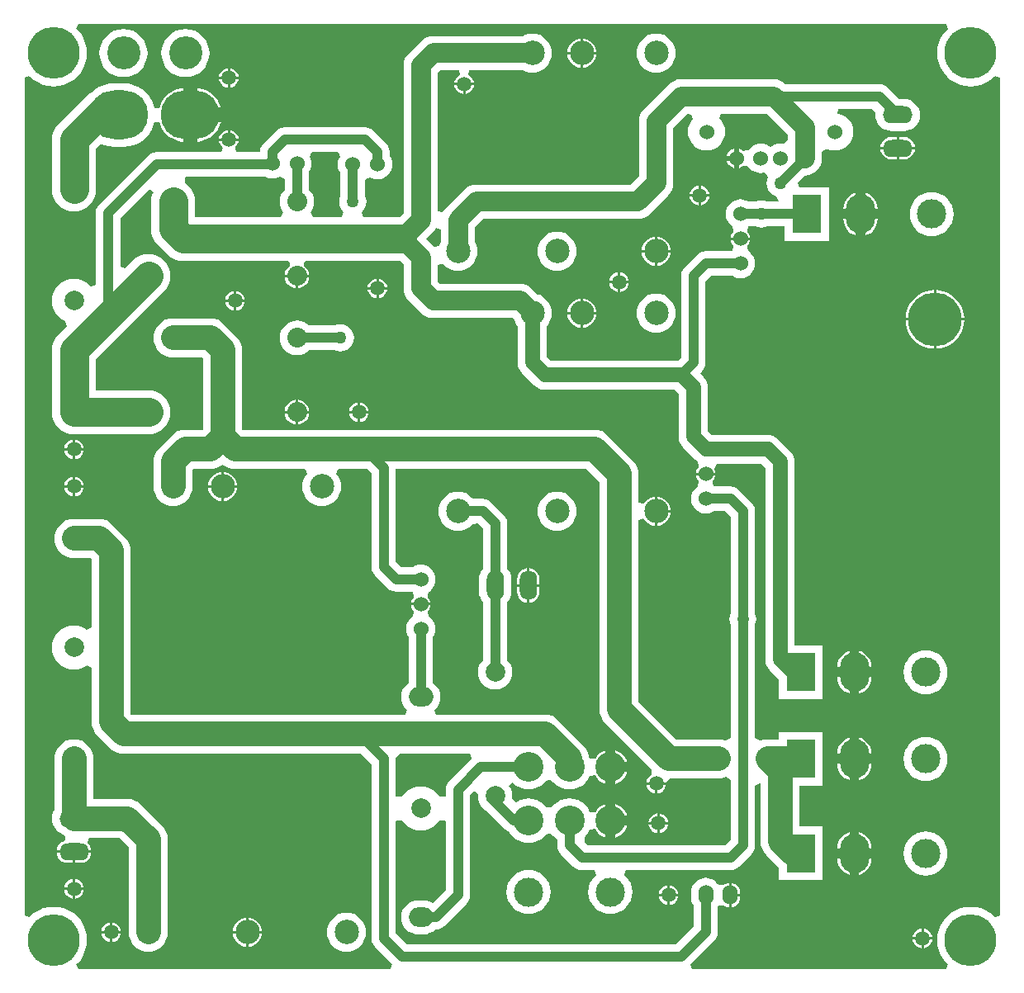
<source format=gbl>
G04 Layer_Physical_Order=2*
G04 Layer_Color=16711680*
%FSLAX25Y25*%
%MOIN*%
G70*
G01*
G75*
%ADD11C,0.09843*%
%ADD13C,0.11811*%
%ADD14C,0.03937*%
%ADD15C,0.21654*%
%ADD16C,0.20945*%
%ADD17O,0.23622X0.19685*%
%ADD18C,0.13386*%
%ADD19O,0.09843X0.07874*%
%ADD20C,0.07874*%
%ADD21C,0.06000*%
%ADD22O,0.07000X0.12000*%
%ADD23O,0.12000X0.07000*%
%ADD24C,0.09843*%
%ADD25C,0.11811*%
%ADD26C,0.12000*%
%ADD27O,0.11811X0.15748*%
%ADD28R,0.11811X0.15748*%
%ADD29O,0.06000X0.08000*%
%ADD30C,0.08000*%
%ADD31C,0.05906*%
%ADD32C,0.05000*%
%ADD33C,0.07874*%
%ADD34C,0.05906*%
G36*
X372742Y379921D02*
X372367Y379601D01*
X370995Y377994D01*
X369891Y376192D01*
X369082Y374240D01*
X368589Y372185D01*
X368423Y370079D01*
X368589Y367972D01*
X369082Y365917D01*
X369891Y363965D01*
X370995Y362163D01*
X372367Y360556D01*
X373974Y359184D01*
X375776Y358080D01*
X377728Y357271D01*
X379783Y356778D01*
X381890Y356612D01*
X383996Y356778D01*
X386051Y357271D01*
X388003Y358080D01*
X389805Y359184D01*
X391412Y360556D01*
X391732Y360931D01*
X393701Y360205D01*
Y21685D01*
X391732Y20959D01*
X391412Y21333D01*
X389805Y22706D01*
X388003Y23810D01*
X386051Y24619D01*
X383996Y25112D01*
X381890Y25278D01*
X379783Y25112D01*
X377728Y24619D01*
X375776Y23810D01*
X373974Y22706D01*
X372367Y21333D01*
X370995Y19727D01*
X369891Y17925D01*
X369082Y15972D01*
X368589Y13918D01*
X368423Y11811D01*
X368589Y9704D01*
X369082Y7650D01*
X369891Y5697D01*
X370995Y3895D01*
X372367Y2289D01*
X372742Y1969D01*
X372016Y0D01*
X269750D01*
X269605Y174D01*
X268988Y1969D01*
X278510Y11490D01*
X278510Y11490D01*
X279299Y12518D01*
X279795Y13715D01*
X279964Y15000D01*
X279964Y15000D01*
Y25554D01*
X280145Y25717D01*
X280816Y25873D01*
X282277Y25927D01*
X282825Y25506D01*
X283798Y25103D01*
X284343Y25031D01*
Y30000D01*
Y34969D01*
X283798Y34897D01*
X282825Y34494D01*
X282277Y34073D01*
X280816Y34127D01*
X279974Y34323D01*
X279230Y35230D01*
X278323Y35974D01*
X277289Y36526D01*
X276167Y36867D01*
X275000Y36982D01*
X273833Y36867D01*
X272711Y36526D01*
X271677Y35974D01*
X270770Y35230D01*
X270026Y34323D01*
X269474Y33289D01*
X269133Y32167D01*
X269018Y31000D01*
Y29000D01*
X269133Y27833D01*
X269474Y26711D01*
X270026Y25677D01*
X270036Y25665D01*
Y17056D01*
X262944Y9964D01*
X154536D01*
X149964Y14536D01*
Y59911D01*
X150303Y60174D01*
X152599Y60055D01*
X153706Y58706D01*
X155055Y57599D01*
X156594Y56776D01*
X158264Y56270D01*
X160000Y56099D01*
X161737Y56270D01*
X163406Y56776D01*
X164945Y57599D01*
X166294Y58706D01*
X167401Y60055D01*
X169697Y60174D01*
X170036Y59911D01*
Y32056D01*
X164785Y26805D01*
X163634Y27420D01*
X162335Y27814D01*
X160984Y27947D01*
X159016D01*
X157665Y27814D01*
X156366Y27420D01*
X155169Y26780D01*
X154120Y25919D01*
X153259Y24870D01*
X152620Y23673D01*
X152226Y22374D01*
X152093Y21024D01*
X152226Y19673D01*
X152620Y18374D01*
X153259Y17177D01*
X154120Y16128D01*
X155169Y15267D01*
X156366Y14627D01*
X157665Y14233D01*
X159016Y14100D01*
X160984D01*
X162335Y14233D01*
X163634Y14627D01*
X164831Y15267D01*
X165796Y16060D01*
X166024D01*
X167308Y16229D01*
X168506Y16725D01*
X169534Y17514D01*
X178510Y26490D01*
X179299Y27518D01*
X179795Y28715D01*
X179964Y30000D01*
X179964Y30000D01*
Y70444D01*
X181337Y71817D01*
X181878Y71682D01*
X183161Y70858D01*
X183077Y70000D01*
X183210Y68649D01*
X183604Y67351D01*
X184244Y66154D01*
X185105Y65105D01*
X186154Y64244D01*
X186332Y64148D01*
X193990Y56490D01*
X195018Y55701D01*
X195779Y55386D01*
X195985Y55002D01*
X197103Y53639D01*
X198467Y52520D01*
X200022Y51689D01*
X201710Y51177D01*
X203465Y51004D01*
X205220Y51177D01*
X206907Y51689D01*
X208463Y52520D01*
X209826Y53639D01*
X210547Y54518D01*
X211343Y54713D01*
X212122D01*
X212918Y54518D01*
X213639Y53639D01*
X215002Y52520D01*
X215036Y52502D01*
Y50000D01*
X215205Y48715D01*
X215701Y47518D01*
X216490Y46490D01*
X221490Y41490D01*
X222518Y40701D01*
X223715Y40205D01*
X225000Y40036D01*
X225000Y40036D01*
X230163D01*
X230868Y38068D01*
X230241Y37554D01*
X229134Y36205D01*
X228312Y34666D01*
X227805Y32996D01*
X227634Y31260D01*
X227805Y29523D01*
X228312Y27854D01*
X229134Y26315D01*
X230241Y24966D01*
X231590Y23859D01*
X233129Y23036D01*
X234799Y22530D01*
X236535Y22359D01*
X238272Y22530D01*
X239942Y23036D01*
X241481Y23859D01*
X242829Y24966D01*
X243936Y26315D01*
X244759Y27854D01*
X245266Y29523D01*
X245437Y31260D01*
X245266Y32996D01*
X244759Y34666D01*
X243936Y36205D01*
X242829Y37554D01*
X242203Y38068D01*
X242908Y40036D01*
X285000D01*
X286285Y40205D01*
X287482Y40701D01*
X288510Y41490D01*
X293510Y46490D01*
X294299Y47518D01*
X294795Y48715D01*
X294964Y50000D01*
X294964Y50000D01*
Y74076D01*
X296932Y75128D01*
X297088Y75024D01*
Y51811D01*
X297240Y50267D01*
X297690Y48783D01*
X298421Y47415D01*
X299405Y46216D01*
X304405Y41216D01*
X304488Y41148D01*
Y35984D01*
X322205D01*
Y57638D01*
X312912D01*
Y74173D01*
X322205D01*
Y95827D01*
X304488D01*
Y92912D01*
X300000D01*
X298456Y92760D01*
X296972Y92310D01*
X296932Y92289D01*
X294964Y93468D01*
Y139235D01*
X295312Y140076D01*
X295500Y141500D01*
X295312Y142923D01*
X294964Y143765D01*
Y185000D01*
X294964Y185000D01*
X294795Y186285D01*
X294299Y187482D01*
X293510Y188510D01*
X288510Y193510D01*
X287482Y194299D01*
X286285Y194795D01*
X285000Y194964D01*
X278335D01*
X278323Y194974D01*
X278282Y194995D01*
X277907Y196874D01*
X277956Y197251D01*
X277979Y197312D01*
X278494Y197983D01*
X278897Y198956D01*
X278969Y199500D01*
X275000D01*
X271031D01*
X271103Y198956D01*
X271506Y197983D01*
X272021Y197312D01*
X272044Y197251D01*
X272093Y196874D01*
X271718Y194995D01*
X271677Y194974D01*
X270770Y194230D01*
X270026Y193323D01*
X269474Y192289D01*
X269133Y191167D01*
X269018Y190000D01*
X269133Y188833D01*
X269474Y187711D01*
X270026Y186677D01*
X270770Y185770D01*
X271677Y185027D01*
X272711Y184474D01*
X273833Y184133D01*
X275000Y184018D01*
X276167Y184133D01*
X277289Y184474D01*
X278323Y185027D01*
X278335Y185036D01*
X282944D01*
X285036Y182944D01*
Y143765D01*
X284688Y142923D01*
X284500Y141500D01*
X284688Y140076D01*
X285036Y139235D01*
Y93468D01*
X283068Y92289D01*
X283028Y92310D01*
X281544Y92760D01*
X280000Y92912D01*
X263277D01*
X247912Y108277D01*
Y181524D01*
X249881Y182017D01*
X250053Y181694D01*
X250793Y180793D01*
X251694Y180053D01*
X252723Y179503D01*
X253839Y179164D01*
X254500Y179099D01*
Y185000D01*
Y190901D01*
X253839Y190836D01*
X252723Y190497D01*
X251694Y189947D01*
X250793Y189207D01*
X250053Y188306D01*
X249881Y187983D01*
X247912Y188477D01*
Y200000D01*
X247760Y201544D01*
X247310Y203028D01*
X246579Y204396D01*
X245595Y205595D01*
X235595Y215595D01*
X234396Y216579D01*
X233028Y217310D01*
X231544Y217760D01*
X230000Y217912D01*
X88277D01*
X87912Y218277D01*
Y250000D01*
X87760Y251544D01*
X87310Y253028D01*
X86579Y254396D01*
X85595Y255595D01*
X80595Y260595D01*
X79396Y261579D01*
X78028Y262310D01*
X76544Y262760D01*
X75000Y262912D01*
X60000D01*
X58456Y262760D01*
X56972Y262310D01*
X55604Y261579D01*
X54405Y260595D01*
X53421Y259396D01*
X52690Y258028D01*
X52240Y256544D01*
X52088Y255000D01*
X52240Y253456D01*
X52690Y251972D01*
X53421Y250604D01*
X54405Y249405D01*
X55604Y248421D01*
X56972Y247690D01*
X58456Y247240D01*
X60000Y247088D01*
X71723D01*
X72088Y246723D01*
Y218277D01*
X71723Y217912D01*
X65000D01*
X63456Y217760D01*
X61972Y217310D01*
X60604Y216579D01*
X59405Y215595D01*
X54405Y210595D01*
X53421Y209396D01*
X52690Y208028D01*
X52240Y206544D01*
X52088Y205000D01*
Y195000D01*
X52240Y193456D01*
X52690Y191972D01*
X53421Y190604D01*
X54405Y189405D01*
X55604Y188421D01*
X56972Y187690D01*
X58456Y187240D01*
X60000Y187088D01*
X61544Y187240D01*
X63028Y187690D01*
X64396Y188421D01*
X65595Y189405D01*
X66579Y190604D01*
X67310Y191972D01*
X67760Y193456D01*
X67912Y195000D01*
Y201723D01*
X68277Y202088D01*
X75000D01*
X76544Y202240D01*
X78028Y202690D01*
X79396Y203421D01*
X80000Y203917D01*
X80604Y203421D01*
X81972Y202690D01*
X83456Y202240D01*
X85000Y202088D01*
X113141D01*
X113476Y201692D01*
X114015Y200119D01*
X113421Y199396D01*
X112690Y198028D01*
X112240Y196544D01*
X112088Y195000D01*
X112240Y193456D01*
X112690Y191972D01*
X113421Y190604D01*
X114405Y189405D01*
X115604Y188421D01*
X116972Y187690D01*
X118456Y187240D01*
X120000Y187088D01*
X121544Y187240D01*
X123028Y187690D01*
X124396Y188421D01*
X125595Y189405D01*
X126579Y190604D01*
X127310Y191972D01*
X127760Y193456D01*
X127912Y195000D01*
X127760Y196544D01*
X127310Y198028D01*
X126579Y199396D01*
X125985Y200119D01*
X126524Y201692D01*
X126859Y202088D01*
X138392D01*
X140036Y200444D01*
Y162500D01*
X140205Y161215D01*
X140701Y160018D01*
X141490Y158990D01*
X146490Y153990D01*
X147518Y153201D01*
X148715Y152705D01*
X150000Y152536D01*
X150000Y152536D01*
X156665D01*
X156677Y152526D01*
X156718Y152505D01*
X157093Y150626D01*
X157044Y150249D01*
X157020Y150188D01*
X156506Y149517D01*
X156103Y148544D01*
X156031Y148000D01*
X160000D01*
X163969D01*
X163897Y148544D01*
X163494Y149517D01*
X162979Y150188D01*
X162956Y150249D01*
X162907Y150626D01*
X163282Y152505D01*
X163323Y152526D01*
X164230Y153270D01*
X164973Y154177D01*
X165526Y155211D01*
X165867Y156333D01*
X165982Y157500D01*
X165867Y158667D01*
X165526Y159789D01*
X164973Y160823D01*
X164230Y161730D01*
X163323Y162473D01*
X162289Y163026D01*
X161167Y163367D01*
X160000Y163482D01*
X158833Y163367D01*
X157711Y163026D01*
X156677Y162473D01*
X156665Y162464D01*
X152056D01*
X149964Y164556D01*
Y202088D01*
X226723D01*
X232088Y196723D01*
Y105000D01*
X232240Y103456D01*
X232690Y101972D01*
X233421Y100604D01*
X234405Y99405D01*
X253163Y80648D01*
X253039Y78907D01*
X252762Y78265D01*
X252181Y77819D01*
X251547Y76993D01*
X251149Y76032D01*
X251079Y75500D01*
X259119D01*
X259510Y76205D01*
X260052Y76781D01*
X260544Y77088D01*
X280000D01*
X281544Y77240D01*
X283028Y77690D01*
X283068Y77711D01*
X285036Y76532D01*
Y52056D01*
X282944Y49964D01*
X227621D01*
X226104Y51538D01*
X226205Y53510D01*
X226361Y53639D01*
X227480Y55002D01*
X228288Y56513D01*
X228473Y56564D01*
X230394Y56641D01*
X230687Y56092D01*
X231562Y55026D01*
X232628Y54151D01*
X233844Y53501D01*
X234567Y53282D01*
Y60000D01*
Y66718D01*
X233844Y66499D01*
X232628Y65848D01*
X231562Y64974D01*
X230687Y63908D01*
X230394Y63359D01*
X228473Y63436D01*
X228288Y63487D01*
X227480Y64998D01*
X226361Y66361D01*
X224998Y67480D01*
X223443Y68311D01*
X221755Y68823D01*
X220000Y68996D01*
X218245Y68823D01*
X216557Y68311D01*
X215002Y67480D01*
X213639Y66361D01*
X212918Y65482D01*
X212122Y65287D01*
X211343D01*
X210547Y65482D01*
X209826Y66361D01*
X208463Y67480D01*
X206907Y68311D01*
X205220Y68823D01*
X203465Y68996D01*
X201710Y68823D01*
X200022Y68311D01*
X198497Y67496D01*
X198396Y67529D01*
X196793Y68647D01*
X196790Y68651D01*
X196923Y70000D01*
X196790Y71351D01*
X196396Y72649D01*
X195756Y73846D01*
X195604Y74031D01*
X197103Y75292D01*
X198467Y74174D01*
X200022Y73342D01*
X201710Y72830D01*
X203465Y72658D01*
X205220Y72830D01*
X206907Y73342D01*
X208463Y74174D01*
X209826Y75292D01*
X210547Y76171D01*
X211343Y76366D01*
X212122D01*
X212918Y76171D01*
X213639Y75292D01*
X215002Y74174D01*
X216557Y73342D01*
X218245Y72830D01*
X220000Y72658D01*
X221755Y72830D01*
X223443Y73342D01*
X224998Y74174D01*
X226361Y75292D01*
X227480Y76656D01*
X228288Y78167D01*
X228473Y78217D01*
X230394Y78294D01*
X230687Y77746D01*
X231562Y76680D01*
X232628Y75805D01*
X233844Y75155D01*
X234567Y74936D01*
Y81653D01*
Y88371D01*
X233844Y88152D01*
X232628Y87502D01*
X231562Y86627D01*
X230687Y85561D01*
X230394Y85013D01*
X228473Y85090D01*
X228288Y85140D01*
X227810Y86033D01*
X227760Y86544D01*
X227310Y88028D01*
X226579Y89396D01*
X225595Y90595D01*
X215595Y100595D01*
X214396Y101579D01*
X213028Y102310D01*
X211544Y102760D01*
X210000Y102912D01*
X166311D01*
X165607Y104881D01*
X165880Y105105D01*
X166741Y106154D01*
X167380Y107351D01*
X167774Y108649D01*
X167907Y110000D01*
X167774Y111351D01*
X167380Y112649D01*
X166741Y113846D01*
X165880Y114895D01*
X164964Y115647D01*
Y134165D01*
X164973Y134177D01*
X165526Y135211D01*
X165867Y136333D01*
X165982Y137500D01*
X165867Y138667D01*
X165526Y139789D01*
X164973Y140823D01*
X164230Y141730D01*
X163323Y142473D01*
X163282Y142495D01*
X162907Y144374D01*
X162956Y144751D01*
X162979Y144812D01*
X163494Y145483D01*
X163897Y146456D01*
X163969Y147000D01*
X160000D01*
X156031D01*
X156103Y146456D01*
X156506Y145483D01*
X157020Y144812D01*
X157044Y144751D01*
X157093Y144374D01*
X156718Y142495D01*
X156677Y142473D01*
X155770Y141730D01*
X155026Y140823D01*
X154474Y139789D01*
X154133Y138667D01*
X154018Y137500D01*
X154133Y136333D01*
X154474Y135211D01*
X155026Y134177D01*
X155036Y134165D01*
Y115647D01*
X154120Y114895D01*
X153259Y113846D01*
X152620Y112649D01*
X152226Y111351D01*
X152093Y110000D01*
X152226Y108649D01*
X152620Y107351D01*
X153259Y106154D01*
X154120Y105105D01*
X154393Y104881D01*
X153689Y102912D01*
X43277D01*
X42912Y103277D01*
Y168976D01*
X42760Y170520D01*
X42310Y172004D01*
X41579Y173372D01*
X40595Y174571D01*
X35595Y179571D01*
X34396Y180555D01*
X33028Y181286D01*
X31544Y181737D01*
X30000Y181888D01*
X20000D01*
X18456Y181737D01*
X16972Y181286D01*
X15604Y180555D01*
X14405Y179571D01*
X13421Y178372D01*
X12690Y177004D01*
X12240Y175520D01*
X12088Y173976D01*
X12240Y172433D01*
X12690Y170949D01*
X13421Y169581D01*
X14405Y168382D01*
X15604Y167398D01*
X16972Y166666D01*
X18456Y166216D01*
X20000Y166064D01*
X26723D01*
X27088Y165699D01*
Y138189D01*
X25119Y137258D01*
X24945Y137401D01*
X23406Y138224D01*
X21736Y138730D01*
X20000Y138901D01*
X18263Y138730D01*
X16594Y138224D01*
X15055Y137401D01*
X13706Y136294D01*
X12599Y134945D01*
X11776Y133406D01*
X11270Y131737D01*
X11099Y130000D01*
X11270Y128263D01*
X11776Y126594D01*
X12599Y125055D01*
X13706Y123706D01*
X15055Y122599D01*
X16594Y121776D01*
X18263Y121270D01*
X20000Y121099D01*
X21736Y121270D01*
X23406Y121776D01*
X24945Y122599D01*
X25119Y122742D01*
X27088Y121811D01*
Y100000D01*
X27240Y98456D01*
X27690Y96972D01*
X28421Y95604D01*
X29405Y94405D01*
X34405Y89405D01*
X35604Y88421D01*
X36972Y87690D01*
X38456Y87240D01*
X40000Y87088D01*
X135892D01*
X140036Y82944D01*
Y12480D01*
X140205Y11196D01*
X140701Y9998D01*
X141490Y8970D01*
X148492Y1969D01*
X147875Y174D01*
X147731Y0D01*
X21685D01*
X20959Y1969D01*
X21333Y2289D01*
X22706Y3895D01*
X23810Y5697D01*
X24619Y7650D01*
X25112Y9704D01*
X25278Y11811D01*
X25112Y13918D01*
X24619Y15972D01*
X23810Y17925D01*
X22706Y19727D01*
X21333Y21333D01*
X19727Y22706D01*
X17925Y23810D01*
X15972Y24619D01*
X13918Y25112D01*
X11811Y25278D01*
X9704Y25112D01*
X7650Y24619D01*
X5697Y23810D01*
X3895Y22706D01*
X2289Y21333D01*
X1969Y20959D01*
X0Y21685D01*
Y360205D01*
X1969Y360931D01*
X2289Y360556D01*
X3895Y359184D01*
X5697Y358080D01*
X7650Y357271D01*
X9704Y356778D01*
X11811Y356612D01*
X13918Y356778D01*
X15972Y357271D01*
X17925Y358080D01*
X19727Y359184D01*
X21333Y360556D01*
X22706Y362163D01*
X23810Y363965D01*
X24619Y365917D01*
X25112Y367972D01*
X25278Y370079D01*
X25112Y372185D01*
X24619Y374240D01*
X23810Y376192D01*
X22706Y377994D01*
X21333Y379601D01*
X20959Y379921D01*
X21685Y381890D01*
X372016D01*
X372742Y379921D01*
D02*
G37*
G36*
X180594Y85295D02*
X180600Y85119D01*
X171490Y76010D01*
X170701Y74982D01*
X170205Y73785D01*
X170036Y72500D01*
Y70089D01*
X169697Y69826D01*
X167401Y69945D01*
X166294Y71294D01*
X164945Y72401D01*
X163406Y73224D01*
X161737Y73730D01*
X160000Y73901D01*
X158264Y73730D01*
X156594Y73224D01*
X155055Y72401D01*
X153706Y71294D01*
X152599Y69945D01*
X150303Y69826D01*
X149964Y70089D01*
Y85000D01*
X149964Y85000D01*
X149948Y85119D01*
X151431Y87088D01*
X179918D01*
X180594Y85295D01*
D02*
G37*
%LPC*%
G36*
X225500Y375901D02*
Y370500D01*
X230901D01*
X230836Y371161D01*
X230497Y372277D01*
X229947Y373306D01*
X229207Y374207D01*
X228306Y374947D01*
X227277Y375497D01*
X226161Y375836D01*
X225500Y375901D01*
D02*
G37*
G36*
X224500D02*
X223839Y375836D01*
X222723Y375497D01*
X221694Y374947D01*
X220793Y374207D01*
X220053Y373306D01*
X219503Y372277D01*
X219164Y371161D01*
X219099Y370500D01*
X224500D01*
Y375901D01*
D02*
G37*
G36*
X230901Y369500D02*
X225500D01*
Y364099D01*
X226161Y364164D01*
X227277Y364503D01*
X228306Y365053D01*
X229207Y365793D01*
X229947Y366694D01*
X230497Y367723D01*
X230836Y368839D01*
X230901Y369500D01*
D02*
G37*
G36*
X224500D02*
X219099D01*
X219164Y368839D01*
X219503Y367723D01*
X220053Y366694D01*
X220793Y365793D01*
X221694Y365053D01*
X222723Y364503D01*
X223839Y364164D01*
X224500Y364099D01*
Y369500D01*
D02*
G37*
G36*
X255000Y377912D02*
X253456Y377760D01*
X251972Y377310D01*
X250604Y376579D01*
X249405Y375595D01*
X248421Y374396D01*
X247690Y373028D01*
X247240Y371544D01*
X247088Y370000D01*
X247240Y368456D01*
X247690Y366972D01*
X248421Y365604D01*
X249405Y364405D01*
X250604Y363421D01*
X251972Y362690D01*
X253456Y362240D01*
X255000Y362088D01*
X256544Y362240D01*
X258028Y362690D01*
X259396Y363421D01*
X260595Y364405D01*
X261579Y365604D01*
X262310Y366972D01*
X262760Y368456D01*
X262912Y370000D01*
X262760Y371544D01*
X262310Y373028D01*
X261579Y374396D01*
X260595Y375595D01*
X259396Y376579D01*
X258028Y377310D01*
X256544Y377760D01*
X255000Y377912D01*
D02*
G37*
G36*
X205000D02*
X203456Y377760D01*
X201972Y377310D01*
X201249Y376923D01*
X165000D01*
X163649Y376790D01*
X162351Y376396D01*
X161154Y375756D01*
X160105Y374895D01*
X155105Y369895D01*
X154244Y368846D01*
X153604Y367649D01*
X153210Y366351D01*
X153077Y365000D01*
Y305368D01*
X151610Y303901D01*
X136743D01*
X136074Y305870D01*
X136389Y306111D01*
X137263Y307250D01*
X137812Y308576D01*
X138000Y310000D01*
X137812Y311423D01*
X137464Y312265D01*
Y318886D01*
X138529Y319595D01*
X139432Y319890D01*
X140211Y319474D01*
X141333Y319133D01*
X142500Y319018D01*
X143667Y319133D01*
X144789Y319474D01*
X145823Y320026D01*
X146730Y320770D01*
X147474Y321677D01*
X148026Y322711D01*
X148367Y323833D01*
X148482Y325000D01*
X148367Y326167D01*
X148026Y327289D01*
X147474Y328323D01*
X147464Y328335D01*
Y330000D01*
X147464Y330000D01*
X147295Y331285D01*
X146799Y332482D01*
X146010Y333510D01*
X141010Y338510D01*
X139982Y339299D01*
X138785Y339795D01*
X137500Y339964D01*
X105000D01*
X105000Y339964D01*
X103715Y339795D01*
X102518Y339299D01*
X101490Y338510D01*
X96490Y333510D01*
X95701Y332482D01*
X95205Y331285D01*
X95036Y330000D01*
Y329964D01*
X85610D01*
X84995Y331932D01*
X85319Y332181D01*
X85953Y333007D01*
X86351Y333968D01*
X86421Y334500D01*
X78579D01*
X78649Y333968D01*
X79047Y333007D01*
X79681Y332181D01*
X80005Y331932D01*
X79390Y329964D01*
X53347D01*
X52062Y329795D01*
X50865Y329299D01*
X49837Y328510D01*
X30240Y308913D01*
X29451Y307885D01*
X28955Y306688D01*
X28786Y305403D01*
Y276360D01*
X26818Y275656D01*
X26294Y276294D01*
X24945Y277401D01*
X23406Y278224D01*
X21736Y278730D01*
X20000Y278901D01*
X18263Y278730D01*
X16594Y278224D01*
X15055Y277401D01*
X13706Y276294D01*
X12599Y274945D01*
X11776Y273406D01*
X11270Y271737D01*
X11099Y270000D01*
X11270Y268264D01*
X11776Y266594D01*
X12599Y265055D01*
X13706Y263706D01*
X15055Y262599D01*
X16470Y261842D01*
X16604Y261724D01*
X17006Y259594D01*
X13706Y256294D01*
X12599Y254945D01*
X11776Y253406D01*
X11270Y251736D01*
X11099Y250000D01*
Y227500D01*
X11222Y226250D01*
X11099Y225000D01*
X11270Y223264D01*
X11776Y221594D01*
X12599Y220055D01*
X13706Y218706D01*
X15055Y217599D01*
X16594Y216776D01*
X18263Y216270D01*
X20000Y216099D01*
X50000D01*
X51736Y216270D01*
X53406Y216776D01*
X54945Y217599D01*
X56294Y218706D01*
X57401Y220055D01*
X58224Y221594D01*
X58730Y223264D01*
X58901Y225000D01*
X58730Y226736D01*
X58224Y228406D01*
X57401Y229945D01*
X56294Y231294D01*
X54945Y232401D01*
X53406Y233224D01*
X51736Y233730D01*
X50000Y233901D01*
X28901D01*
Y246313D01*
X56294Y273706D01*
X57401Y275055D01*
X58224Y276594D01*
X58730Y278263D01*
X58901Y280000D01*
X58730Y281736D01*
X58224Y283406D01*
X57401Y284945D01*
X56294Y286294D01*
X54945Y287401D01*
X53406Y288224D01*
X51736Y288730D01*
X50000Y288901D01*
X48263Y288730D01*
X46594Y288224D01*
X45055Y287401D01*
X43706Y286294D01*
X40532Y283120D01*
X38714Y283874D01*
Y303347D01*
X50431Y315064D01*
X52029Y313879D01*
X51776Y313406D01*
X51270Y311736D01*
X51099Y310000D01*
Y299000D01*
X51270Y297264D01*
X51776Y295594D01*
X52599Y294055D01*
X53706Y292706D01*
X57706Y288706D01*
X59055Y287599D01*
X60594Y286776D01*
X62264Y286270D01*
X64000Y286099D01*
X106638D01*
X107014Y285324D01*
X107169Y284130D01*
X106434Y283566D01*
X105632Y282522D01*
X105129Y281305D01*
X105023Y280500D01*
X110000D01*
X114977D01*
X114871Y281305D01*
X114367Y282522D01*
X113566Y283566D01*
X112831Y284130D01*
X112986Y285324D01*
X113362Y286099D01*
X151610D01*
X153077Y284632D01*
Y275000D01*
X153210Y273649D01*
X153604Y272351D01*
X154244Y271154D01*
X155105Y270105D01*
X160105Y265105D01*
X161154Y264244D01*
X162351Y263604D01*
X163649Y263210D01*
X165000Y263077D01*
X197132D01*
X197452Y262757D01*
X197690Y261972D01*
X198421Y260604D01*
X199066Y259819D01*
Y245000D01*
X199180Y243842D01*
X199518Y242729D01*
X200066Y241703D01*
X200804Y240804D01*
X205804Y235804D01*
X206703Y235066D01*
X207729Y234518D01*
X208842Y234180D01*
X210000Y234066D01*
X262542D01*
X264066Y232542D01*
Y215000D01*
X264180Y213842D01*
X264518Y212729D01*
X265066Y211703D01*
X265804Y210804D01*
X270463Y206145D01*
X270770Y205770D01*
X271677Y205027D01*
X271718Y205005D01*
X272093Y203126D01*
X272044Y202749D01*
X272021Y202688D01*
X271506Y202017D01*
X271103Y201044D01*
X271031Y200500D01*
X275000D01*
X278969D01*
X278897Y201044D01*
X278494Y202017D01*
X278432Y202097D01*
X279389Y204066D01*
X297542D01*
X299066Y202542D01*
Y125000D01*
X299180Y123842D01*
X299518Y122729D01*
X300066Y121703D01*
X300804Y120804D01*
X304488Y117120D01*
Y109173D01*
X322205D01*
Y130827D01*
X310934D01*
Y205000D01*
X310820Y206158D01*
X310482Y207271D01*
X309934Y208297D01*
X309196Y209196D01*
X304196Y214196D01*
X303297Y214934D01*
X302271Y215482D01*
X301158Y215820D01*
X300000Y215934D01*
X277458D01*
X275934Y217458D01*
Y235000D01*
X275820Y236158D01*
X275482Y237271D01*
X274934Y238297D01*
X274196Y239196D01*
X272706Y240686D01*
X273510Y241490D01*
X274299Y242518D01*
X274795Y243715D01*
X274964Y245000D01*
X274964Y245000D01*
Y277944D01*
X277056Y280036D01*
X285665D01*
X285677Y280027D01*
X286711Y279474D01*
X287833Y279133D01*
X289000Y279018D01*
X290167Y279133D01*
X291289Y279474D01*
X292323Y280027D01*
X293230Y280770D01*
X293973Y281677D01*
X294526Y282711D01*
X294867Y283833D01*
X294982Y285000D01*
X294867Y286167D01*
X294526Y287289D01*
X293973Y288323D01*
X293230Y289230D01*
X292323Y289973D01*
X292282Y289995D01*
X291907Y291874D01*
X291956Y292251D01*
X291980Y292312D01*
X292494Y292983D01*
X292897Y293956D01*
X292969Y294500D01*
X289000D01*
X285031D01*
X285103Y293956D01*
X285506Y292983D01*
X286020Y292312D01*
X286044Y292251D01*
X286093Y291874D01*
X285718Y289995D01*
X285677Y289973D01*
X285665Y289964D01*
X275000D01*
X275000Y289964D01*
X273715Y289795D01*
X272518Y289299D01*
X271490Y288510D01*
X266490Y283510D01*
X265701Y282482D01*
X265205Y281285D01*
X265036Y280000D01*
Y247056D01*
X263914Y245934D01*
X212458D01*
X210934Y247458D01*
Y259819D01*
X211579Y260604D01*
X212310Y261972D01*
X212760Y263456D01*
X212912Y265000D01*
X212760Y266544D01*
X212310Y268028D01*
X211579Y269396D01*
X210595Y270595D01*
X209396Y271579D01*
X208028Y272310D01*
X207243Y272548D01*
X204895Y274895D01*
X203846Y275756D01*
X202649Y276396D01*
X201351Y276790D01*
X200000Y276923D01*
X167868D01*
X166923Y277868D01*
Y284327D01*
X168892Y285031D01*
X169405Y284405D01*
X170604Y283421D01*
X171972Y282690D01*
X173456Y282240D01*
X175000Y282088D01*
X176544Y282240D01*
X178028Y282690D01*
X179396Y283421D01*
X180595Y284405D01*
X181579Y285604D01*
X182310Y286972D01*
X182760Y288456D01*
X182912Y290000D01*
X182760Y291544D01*
X182310Y293028D01*
X181923Y293751D01*
Y299632D01*
X185368Y303077D01*
X247500D01*
X248851Y303210D01*
X250149Y303604D01*
X251346Y304244D01*
X252395Y305105D01*
X259895Y312605D01*
X260756Y313654D01*
X261396Y314851D01*
X261790Y316149D01*
X261923Y317500D01*
Y339632D01*
X267655Y345364D01*
X269128Y345186D01*
X269564Y344373D01*
X269890Y343303D01*
X269105Y342345D01*
X268410Y341046D01*
X267982Y339636D01*
X267838Y338169D01*
X267982Y336703D01*
X268410Y335293D01*
X269105Y333993D01*
X270039Y332854D01*
X271178Y331920D01*
X272478Y331225D01*
X273888Y330797D01*
X275354Y330653D01*
X276821Y330797D01*
X278231Y331225D01*
X279530Y331920D01*
X280669Y332854D01*
X281604Y333993D01*
X282299Y335293D01*
X282726Y336703D01*
X282871Y338169D01*
X282726Y339636D01*
X282299Y341046D01*
X281604Y342345D01*
X280669Y343484D01*
X280518Y343608D01*
X281222Y345577D01*
X299632D01*
X308077Y337132D01*
Y334862D01*
X306442Y333467D01*
X306108Y333388D01*
X305157Y333482D01*
X303991Y333367D01*
X302868Y333026D01*
X301834Y332473D01*
X301220Y331970D01*
X300607Y332473D01*
X299572Y333026D01*
X298450Y333367D01*
X297284Y333482D01*
X296116Y333367D01*
X294994Y333026D01*
X293960Y332473D01*
X293054Y331730D01*
X292310Y330823D01*
X291467Y330627D01*
X290007Y330573D01*
X289458Y330994D01*
X288485Y331397D01*
X288425Y331405D01*
Y327500D01*
Y323595D01*
X288485Y323603D01*
X289458Y324006D01*
X290007Y324427D01*
X291467Y324373D01*
X292310Y324177D01*
X293054Y323270D01*
X293960Y322527D01*
X294994Y321974D01*
X296116Y321633D01*
X297284Y321518D01*
X298450Y321633D01*
X298929Y321778D01*
X299965Y320568D01*
X300185Y320123D01*
X299688Y318923D01*
X299500Y317500D01*
X299688Y316076D01*
X300237Y314750D01*
X301111Y313611D01*
X302250Y312737D01*
X303576Y312188D01*
X304455Y310086D01*
X304412Y309964D01*
X299765D01*
X298923Y310312D01*
X297500Y310500D01*
X296076Y310312D01*
X295235Y309964D01*
X292335D01*
X292323Y309974D01*
X291289Y310526D01*
X290167Y310867D01*
X289000Y310982D01*
X287833Y310867D01*
X286711Y310526D01*
X285677Y309974D01*
X284770Y309230D01*
X284027Y308323D01*
X283474Y307289D01*
X283133Y306167D01*
X283018Y305000D01*
X283133Y303833D01*
X283474Y302711D01*
X284027Y301677D01*
X284770Y300770D01*
X285677Y300026D01*
X285718Y300005D01*
X286093Y298126D01*
X286044Y297749D01*
X286020Y297688D01*
X285506Y297017D01*
X285103Y296044D01*
X285031Y295500D01*
X289000D01*
X292969D01*
X292897Y296044D01*
X292494Y297017D01*
X291980Y297688D01*
X291956Y297749D01*
X291907Y298126D01*
X292282Y300005D01*
X292323Y300026D01*
X292335Y300036D01*
X295235D01*
X296076Y299688D01*
X297500Y299500D01*
X298923Y299688D01*
X299765Y300036D01*
X306988D01*
Y294173D01*
X324705D01*
Y315827D01*
X312918D01*
X312165Y317645D01*
X315107Y320587D01*
X316351Y320710D01*
X317649Y321104D01*
X318846Y321744D01*
X319895Y322605D01*
X320756Y323654D01*
X321396Y324851D01*
X321790Y326149D01*
X321923Y327500D01*
Y330256D01*
X323892Y331395D01*
X324210Y331225D01*
X325620Y330797D01*
X327087Y330653D01*
X328553Y330797D01*
X329963Y331225D01*
X331263Y331920D01*
X332402Y332854D01*
X333336Y333993D01*
X334031Y335293D01*
X334459Y336703D01*
X334603Y338169D01*
X334459Y339636D01*
X334031Y341046D01*
X333336Y342345D01*
X332402Y343484D01*
X331263Y344419D01*
X329963Y345114D01*
X328553Y345541D01*
X328285Y345568D01*
X328382Y347536D01*
X342103D01*
X342549Y347167D01*
X343599Y345839D01*
X343516Y345000D01*
X343641Y343735D01*
X344010Y342519D01*
X344609Y341398D01*
X345415Y340415D01*
X346398Y339609D01*
X347519Y339010D01*
X348735Y338641D01*
X350000Y338516D01*
X355000D01*
X356265Y338641D01*
X357481Y339010D01*
X358602Y339609D01*
X359585Y340415D01*
X360391Y341398D01*
X360990Y342519D01*
X361359Y343735D01*
X361484Y345000D01*
X361359Y346265D01*
X360990Y347481D01*
X360391Y348602D01*
X359585Y349585D01*
X358602Y350391D01*
X357481Y350990D01*
X356265Y351359D01*
X355000Y351484D01*
X353036D01*
X348510Y356010D01*
X347482Y356799D01*
X346285Y357295D01*
X345000Y357464D01*
X307312D01*
X306346Y358256D01*
X305149Y358896D01*
X303851Y359290D01*
X302500Y359423D01*
X265000D01*
X265000Y359423D01*
X263649Y359290D01*
X262351Y358896D01*
X261154Y358256D01*
X260105Y357395D01*
X260105Y357395D01*
X250105Y347395D01*
X249244Y346346D01*
X248604Y345149D01*
X248210Y343851D01*
X248077Y342500D01*
Y320368D01*
X244632Y316923D01*
X182500D01*
X181149Y316790D01*
X179851Y316396D01*
X178654Y315756D01*
X177605Y314895D01*
X170105Y307395D01*
X169244Y306346D01*
X168892Y305688D01*
X166923Y306181D01*
Y362132D01*
X167868Y363077D01*
X175491D01*
X175882Y361108D01*
X175507Y360953D01*
X174681Y360319D01*
X174047Y359493D01*
X173649Y358532D01*
X173579Y358000D01*
X181421D01*
X181351Y358532D01*
X180953Y359493D01*
X180319Y360319D01*
X179493Y360953D01*
X179118Y361108D01*
X179509Y363077D01*
X201249D01*
X201972Y362690D01*
X203456Y362240D01*
X205000Y362088D01*
X206544Y362240D01*
X208028Y362690D01*
X209396Y363421D01*
X210595Y364405D01*
X211579Y365604D01*
X212310Y366972D01*
X212760Y368456D01*
X212912Y370000D01*
X212760Y371544D01*
X212310Y373028D01*
X211579Y374396D01*
X210595Y375595D01*
X209396Y376579D01*
X208028Y377310D01*
X206544Y377760D01*
X205000Y377912D01*
D02*
G37*
G36*
X83000Y363921D02*
Y360500D01*
X86421D01*
X86351Y361032D01*
X85953Y361993D01*
X85319Y362819D01*
X84493Y363453D01*
X83532Y363851D01*
X83000Y363921D01*
D02*
G37*
G36*
X82000D02*
X81468Y363851D01*
X80507Y363453D01*
X79681Y362819D01*
X79047Y361993D01*
X78649Y361032D01*
X78579Y360500D01*
X82000D01*
Y363921D01*
D02*
G37*
G36*
X65000Y379692D02*
X63109Y379506D01*
X61291Y378955D01*
X59615Y378059D01*
X58147Y376853D01*
X56941Y375385D01*
X56046Y373709D01*
X55494Y371891D01*
X55308Y370000D01*
X55494Y368109D01*
X56046Y366291D01*
X56941Y364615D01*
X58147Y363146D01*
X59615Y361941D01*
X61291Y361045D01*
X63109Y360494D01*
X65000Y360308D01*
X66891Y360494D01*
X68709Y361045D01*
X70385Y361941D01*
X71854Y363146D01*
X73059Y364615D01*
X73954Y366291D01*
X74506Y368109D01*
X74692Y370000D01*
X74506Y371891D01*
X73954Y373709D01*
X73059Y375385D01*
X71854Y376853D01*
X70385Y378059D01*
X68709Y378955D01*
X66891Y379506D01*
X65000Y379692D01*
D02*
G37*
G36*
X40000D02*
X38109Y379506D01*
X36291Y378955D01*
X34615Y378059D01*
X33147Y376853D01*
X31941Y375385D01*
X31045Y373709D01*
X30494Y371891D01*
X30308Y370000D01*
X30494Y368109D01*
X31045Y366291D01*
X31941Y364615D01*
X33147Y363146D01*
X34615Y361941D01*
X36291Y361045D01*
X38109Y360494D01*
X40000Y360308D01*
X41891Y360494D01*
X43709Y361045D01*
X45385Y361941D01*
X46854Y363146D01*
X48059Y364615D01*
X48955Y366291D01*
X49506Y368109D01*
X49692Y370000D01*
X49506Y371891D01*
X48955Y373709D01*
X48059Y375385D01*
X46854Y376853D01*
X45385Y378059D01*
X43709Y378955D01*
X41891Y379506D01*
X40000Y379692D01*
D02*
G37*
G36*
X86421Y359500D02*
X83000D01*
Y356079D01*
X83532Y356149D01*
X84493Y356547D01*
X85319Y357181D01*
X85953Y358007D01*
X86351Y358968D01*
X86421Y359500D01*
D02*
G37*
G36*
X82000D02*
X78579D01*
X78649Y358968D01*
X79047Y358007D01*
X79681Y357181D01*
X80507Y356547D01*
X81468Y356149D01*
X82000Y356079D01*
Y359500D01*
D02*
G37*
G36*
X181421Y357000D02*
X178000D01*
Y353579D01*
X178532Y353649D01*
X179493Y354047D01*
X180319Y354681D01*
X180953Y355507D01*
X181351Y356468D01*
X181421Y357000D01*
D02*
G37*
G36*
X177000D02*
X173579D01*
X173649Y356468D01*
X174047Y355507D01*
X174681Y354681D01*
X175507Y354047D01*
X176468Y353649D01*
X177000Y353579D01*
Y357000D01*
D02*
G37*
G36*
X69921Y355799D02*
Y347953D01*
X79379D01*
X79281Y348361D01*
X78628Y349938D01*
X77736Y351393D01*
X76627Y352691D01*
X75330Y353799D01*
X73875Y354691D01*
X72298Y355344D01*
X70638Y355742D01*
X69921Y355799D01*
D02*
G37*
G36*
X83000Y338921D02*
Y335500D01*
X86421D01*
X86351Y336032D01*
X85953Y336993D01*
X85319Y337819D01*
X84493Y338453D01*
X83532Y338851D01*
X83000Y338921D01*
D02*
G37*
G36*
X82000D02*
X81468Y338851D01*
X80507Y338453D01*
X79681Y337819D01*
X79047Y336993D01*
X78649Y336032D01*
X78579Y335500D01*
X82000D01*
Y338921D01*
D02*
G37*
G36*
X79379Y342047D02*
X69921D01*
Y334201D01*
X70638Y334258D01*
X72298Y334656D01*
X73875Y335309D01*
X75330Y336201D01*
X76627Y337310D01*
X77736Y338607D01*
X78628Y340062D01*
X79281Y341639D01*
X79379Y342047D01*
D02*
G37*
G36*
X40000Y357835D02*
X36063D01*
X34055Y357677D01*
X32097Y357207D01*
X30236Y356436D01*
X28519Y355384D01*
X27101Y354173D01*
X26511Y353858D01*
X25163Y352751D01*
X13706Y341294D01*
X12599Y339945D01*
X11776Y338406D01*
X11270Y336736D01*
X11099Y335000D01*
Y315000D01*
X11270Y313264D01*
X11776Y311594D01*
X12599Y310055D01*
X13706Y308706D01*
X15055Y307599D01*
X16594Y306776D01*
X18263Y306270D01*
X20000Y306099D01*
X21736Y306270D01*
X23406Y306776D01*
X24945Y307599D01*
X26294Y308706D01*
X27401Y310055D01*
X28224Y311594D01*
X28730Y313264D01*
X28901Y315000D01*
Y331313D01*
X30884Y333296D01*
X32097Y332793D01*
X34055Y332323D01*
X36063Y332165D01*
X40000D01*
X42008Y332323D01*
X43966Y332793D01*
X45827Y333564D01*
X47544Y334616D01*
X49076Y335924D01*
X50384Y337456D01*
X51436Y339173D01*
X52207Y341034D01*
X52492Y342222D01*
X54516Y342222D01*
X54656Y341639D01*
X55309Y340062D01*
X56201Y338607D01*
X57310Y337310D01*
X58607Y336201D01*
X60062Y335309D01*
X61639Y334656D01*
X63299Y334258D01*
X64016Y334201D01*
Y345000D01*
Y355799D01*
X63299Y355742D01*
X61639Y355344D01*
X60062Y354691D01*
X58607Y353799D01*
X57310Y352691D01*
X56201Y351393D01*
X55309Y349938D01*
X54656Y348361D01*
X54516Y347778D01*
X52492Y347778D01*
X52207Y348966D01*
X51436Y350827D01*
X50384Y352544D01*
X49076Y354076D01*
X47544Y355384D01*
X45827Y356436D01*
X43966Y357207D01*
X42008Y357677D01*
X40000Y357835D01*
D02*
G37*
G36*
X355000Y336153D02*
X353000D01*
Y332114D01*
X359473D01*
X359384Y332789D01*
X358931Y333884D01*
X358209Y334824D01*
X357269Y335545D01*
X356175Y335998D01*
X355000Y336153D01*
D02*
G37*
G36*
X352000D02*
X350000D01*
X348825Y335998D01*
X347731Y335545D01*
X346791Y334824D01*
X346069Y333884D01*
X345616Y332789D01*
X345527Y332114D01*
X352000D01*
Y336153D01*
D02*
G37*
G36*
X286457Y331405D02*
X286397Y331397D01*
X285424Y330994D01*
X284588Y330353D01*
X283947Y329517D01*
X283544Y328544D01*
X283536Y328484D01*
X286457D01*
Y331405D01*
D02*
G37*
G36*
X359473Y331114D02*
X353000D01*
Y327075D01*
X355000D01*
X356175Y327230D01*
X357269Y327683D01*
X358209Y328405D01*
X358931Y329345D01*
X359384Y330439D01*
X359473Y331114D01*
D02*
G37*
G36*
X352000D02*
X345527D01*
X345616Y330439D01*
X346069Y329345D01*
X346791Y328405D01*
X347731Y327683D01*
X348825Y327230D01*
X350000Y327075D01*
X352000D01*
Y331114D01*
D02*
G37*
G36*
X286457Y326516D02*
X283536D01*
X283544Y326456D01*
X283947Y325483D01*
X284588Y324647D01*
X285424Y324006D01*
X286397Y323603D01*
X286457Y323595D01*
Y326516D01*
D02*
G37*
G36*
X273000Y316421D02*
Y313000D01*
X276421D01*
X276351Y313532D01*
X275953Y314493D01*
X275319Y315319D01*
X274493Y315953D01*
X273532Y316351D01*
X273000Y316421D01*
D02*
G37*
G36*
X272000D02*
X271468Y316351D01*
X270507Y315953D01*
X269681Y315319D01*
X269047Y314493D01*
X268649Y313532D01*
X268579Y313000D01*
X272000D01*
Y316421D01*
D02*
G37*
G36*
X276421Y312000D02*
X273000D01*
Y308579D01*
X273532Y308649D01*
X274493Y309047D01*
X275319Y309681D01*
X275953Y310507D01*
X276351Y311468D01*
X276421Y312000D01*
D02*
G37*
G36*
X272000D02*
X268579D01*
X268649Y311468D01*
X269047Y310507D01*
X269681Y309681D01*
X270507Y309047D01*
X271468Y308649D01*
X272000Y308579D01*
Y312000D01*
D02*
G37*
G36*
X339469Y313588D02*
Y306968D01*
X344439D01*
X344306Y308322D01*
X343911Y309624D01*
X343269Y310824D01*
X342407Y311875D01*
X341355Y312738D01*
X340155Y313379D01*
X339469Y313588D01*
D02*
G37*
G36*
X335531D02*
X334845Y313379D01*
X333645Y312738D01*
X332593Y311875D01*
X331731Y310824D01*
X331089Y309624D01*
X330694Y308322D01*
X330561Y306968D01*
X335531D01*
Y313588D01*
D02*
G37*
G36*
X344439Y303031D02*
X339469D01*
Y296412D01*
X340155Y296621D01*
X341355Y297262D01*
X342407Y298125D01*
X343269Y299176D01*
X343911Y300376D01*
X344306Y301678D01*
X344439Y303031D01*
D02*
G37*
G36*
X335531D02*
X330561D01*
X330694Y301678D01*
X331089Y300376D01*
X331731Y299176D01*
X332593Y298125D01*
X333645Y297262D01*
X334845Y296621D01*
X335531Y296412D01*
Y303031D01*
D02*
G37*
G36*
X366240Y313901D02*
X364504Y313730D01*
X362834Y313224D01*
X361295Y312401D01*
X359946Y311294D01*
X358839Y309945D01*
X358017Y308406D01*
X357510Y306736D01*
X357339Y305000D01*
X357510Y303263D01*
X358017Y301594D01*
X358839Y300055D01*
X359946Y298706D01*
X361295Y297599D01*
X362834Y296776D01*
X364504Y296270D01*
X366240Y296099D01*
X367977Y296270D01*
X369647Y296776D01*
X371185Y297599D01*
X372534Y298706D01*
X373641Y300055D01*
X374464Y301594D01*
X374970Y303263D01*
X375141Y305000D01*
X374970Y306736D01*
X374464Y308406D01*
X373641Y309945D01*
X372534Y311294D01*
X371185Y312401D01*
X369647Y313224D01*
X367977Y313730D01*
X366240Y313901D01*
D02*
G37*
G36*
X255500Y295901D02*
Y290500D01*
X260901D01*
X260836Y291161D01*
X260497Y292277D01*
X259947Y293306D01*
X259207Y294207D01*
X258306Y294947D01*
X257277Y295497D01*
X256161Y295836D01*
X255500Y295901D01*
D02*
G37*
G36*
X254500D02*
X253839Y295836D01*
X252723Y295497D01*
X251694Y294947D01*
X250793Y294207D01*
X250053Y293306D01*
X249503Y292277D01*
X249164Y291161D01*
X249099Y290500D01*
X254500D01*
Y295901D01*
D02*
G37*
G36*
X260901Y289500D02*
X255500D01*
Y284099D01*
X256161Y284164D01*
X257277Y284503D01*
X258306Y285053D01*
X259207Y285793D01*
X259947Y286694D01*
X260497Y287723D01*
X260836Y288839D01*
X260901Y289500D01*
D02*
G37*
G36*
X254500D02*
X249099D01*
X249164Y288839D01*
X249503Y287723D01*
X250053Y286694D01*
X250793Y285793D01*
X251694Y285053D01*
X252723Y284503D01*
X253839Y284164D01*
X254500Y284099D01*
Y289500D01*
D02*
G37*
G36*
X215000Y297912D02*
X213456Y297760D01*
X211972Y297310D01*
X210604Y296579D01*
X209405Y295595D01*
X208421Y294396D01*
X207690Y293028D01*
X207240Y291544D01*
X207088Y290000D01*
X207240Y288456D01*
X207690Y286972D01*
X208421Y285604D01*
X209405Y284405D01*
X210604Y283421D01*
X211972Y282690D01*
X213456Y282240D01*
X215000Y282088D01*
X216544Y282240D01*
X218028Y282690D01*
X219396Y283421D01*
X220595Y284405D01*
X221579Y285604D01*
X222310Y286972D01*
X222760Y288456D01*
X222912Y290000D01*
X222760Y291544D01*
X222310Y293028D01*
X221579Y294396D01*
X220595Y295595D01*
X219396Y296579D01*
X218028Y297310D01*
X216544Y297760D01*
X215000Y297912D01*
D02*
G37*
G36*
X240500Y281421D02*
Y278000D01*
X243921D01*
X243851Y278532D01*
X243453Y279493D01*
X242819Y280319D01*
X241993Y280953D01*
X241032Y281351D01*
X240500Y281421D01*
D02*
G37*
G36*
X239500D02*
X238968Y281351D01*
X238007Y280953D01*
X237181Y280319D01*
X236547Y279493D01*
X236149Y278532D01*
X236079Y278000D01*
X239500D01*
Y281421D01*
D02*
G37*
G36*
X143000Y278921D02*
Y275500D01*
X146421D01*
X146351Y276032D01*
X145953Y276993D01*
X145319Y277819D01*
X144493Y278453D01*
X143532Y278851D01*
X143000Y278921D01*
D02*
G37*
G36*
X142000D02*
X141468Y278851D01*
X140507Y278453D01*
X139681Y277819D01*
X139047Y276993D01*
X138649Y276032D01*
X138579Y275500D01*
X142000D01*
Y278921D01*
D02*
G37*
G36*
X114977Y279500D02*
X110500D01*
Y275023D01*
X111305Y275129D01*
X112522Y275633D01*
X113566Y276434D01*
X114367Y277478D01*
X114871Y278695D01*
X114977Y279500D01*
D02*
G37*
G36*
X109500D02*
X105023D01*
X105129Y278695D01*
X105632Y277478D01*
X106434Y276434D01*
X107478Y275633D01*
X108695Y275129D01*
X109500Y275023D01*
Y279500D01*
D02*
G37*
G36*
X243921Y277000D02*
X240500D01*
Y273579D01*
X241032Y273649D01*
X241993Y274047D01*
X242819Y274681D01*
X243453Y275507D01*
X243851Y276468D01*
X243921Y277000D01*
D02*
G37*
G36*
X239500D02*
X236079D01*
X236149Y276468D01*
X236547Y275507D01*
X237181Y274681D01*
X238007Y274047D01*
X238968Y273649D01*
X239500Y273579D01*
Y277000D01*
D02*
G37*
G36*
X146421Y274500D02*
X143000D01*
Y271079D01*
X143532Y271149D01*
X144493Y271547D01*
X145319Y272181D01*
X145953Y273007D01*
X146351Y273968D01*
X146421Y274500D01*
D02*
G37*
G36*
X142000D02*
X138579D01*
X138649Y273968D01*
X139047Y273007D01*
X139681Y272181D01*
X140507Y271547D01*
X141468Y271149D01*
X142000Y271079D01*
Y274500D01*
D02*
G37*
G36*
X85500Y273921D02*
Y270500D01*
X88921D01*
X88851Y271032D01*
X88453Y271993D01*
X87819Y272819D01*
X86993Y273453D01*
X86032Y273851D01*
X85500Y273921D01*
D02*
G37*
G36*
X84500D02*
X83968Y273851D01*
X83007Y273453D01*
X82181Y272819D01*
X81547Y271993D01*
X81149Y271032D01*
X81079Y270500D01*
X84500D01*
Y273921D01*
D02*
G37*
G36*
X88921Y269500D02*
X85500D01*
Y266079D01*
X86032Y266149D01*
X86993Y266547D01*
X87819Y267181D01*
X88453Y268007D01*
X88851Y268968D01*
X88921Y269500D01*
D02*
G37*
G36*
X84500D02*
X81079D01*
X81149Y268968D01*
X81547Y268007D01*
X82181Y267181D01*
X83007Y266547D01*
X83968Y266149D01*
X84500Y266079D01*
Y269500D01*
D02*
G37*
G36*
X225500Y270901D02*
Y265500D01*
X230901D01*
X230836Y266161D01*
X230497Y267277D01*
X229947Y268306D01*
X229207Y269207D01*
X228306Y269947D01*
X227277Y270497D01*
X226161Y270836D01*
X225500Y270901D01*
D02*
G37*
G36*
X224500D02*
X223839Y270836D01*
X222723Y270497D01*
X221694Y269947D01*
X220793Y269207D01*
X220053Y268306D01*
X219503Y267277D01*
X219164Y266161D01*
X219099Y265500D01*
X224500D01*
Y270901D01*
D02*
G37*
G36*
X368000Y274324D02*
Y263000D01*
X379324D01*
X379217Y264356D01*
X378783Y266166D01*
X378070Y267886D01*
X377098Y269473D01*
X375889Y270889D01*
X374473Y272098D01*
X372886Y273070D01*
X371166Y273783D01*
X369356Y274217D01*
X368000Y274324D01*
D02*
G37*
G36*
X367000D02*
X365644Y274217D01*
X363834Y273783D01*
X362114Y273070D01*
X360527Y272098D01*
X359111Y270889D01*
X357902Y269473D01*
X356930Y267886D01*
X356217Y266166D01*
X355783Y264356D01*
X355676Y263000D01*
X367000D01*
Y274324D01*
D02*
G37*
G36*
X230901Y264500D02*
X225500D01*
Y259099D01*
X226161Y259164D01*
X227277Y259503D01*
X228306Y260053D01*
X229207Y260793D01*
X229947Y261694D01*
X230497Y262723D01*
X230836Y263839D01*
X230901Y264500D01*
D02*
G37*
G36*
X224500D02*
X219099D01*
X219164Y263839D01*
X219503Y262723D01*
X220053Y261694D01*
X220793Y260793D01*
X221694Y260053D01*
X222723Y259503D01*
X223839Y259164D01*
X224500Y259099D01*
Y264500D01*
D02*
G37*
G36*
X255000Y272912D02*
X253456Y272760D01*
X251972Y272310D01*
X250604Y271579D01*
X249405Y270595D01*
X248421Y269396D01*
X247690Y268028D01*
X247240Y266544D01*
X247088Y265000D01*
X247240Y263456D01*
X247690Y261972D01*
X248421Y260604D01*
X249405Y259405D01*
X250604Y258421D01*
X251972Y257690D01*
X253456Y257240D01*
X255000Y257088D01*
X256544Y257240D01*
X258028Y257690D01*
X259396Y258421D01*
X260595Y259405D01*
X261579Y260604D01*
X262310Y261972D01*
X262760Y263456D01*
X262912Y265000D01*
X262760Y266544D01*
X262310Y268028D01*
X261579Y269396D01*
X260595Y270595D01*
X259396Y271579D01*
X258028Y272310D01*
X256544Y272760D01*
X255000Y272912D01*
D02*
G37*
G36*
X379324Y262000D02*
X368000D01*
Y250676D01*
X369356Y250783D01*
X371166Y251217D01*
X372886Y251930D01*
X374473Y252902D01*
X375889Y254111D01*
X377098Y255527D01*
X378070Y257114D01*
X378783Y258834D01*
X379217Y260644D01*
X379324Y262000D01*
D02*
G37*
G36*
X367000D02*
X355676D01*
X355783Y260644D01*
X356217Y258834D01*
X356930Y257114D01*
X357902Y255527D01*
X359111Y254111D01*
X360527Y252902D01*
X362114Y251930D01*
X363834Y251217D01*
X365644Y250783D01*
X367000Y250676D01*
Y262000D01*
D02*
G37*
G36*
X110000Y261986D02*
X108637Y261852D01*
X107326Y261455D01*
X106119Y260809D01*
X105060Y259940D01*
X104191Y258881D01*
X103545Y257674D01*
X103148Y256363D01*
X103014Y255000D01*
X103148Y253637D01*
X103545Y252326D01*
X104191Y251119D01*
X105060Y250060D01*
X106119Y249191D01*
X107326Y248545D01*
X108637Y248148D01*
X110000Y248014D01*
X111363Y248148D01*
X112674Y248545D01*
X113881Y249191D01*
X114911Y250036D01*
X125235D01*
X126076Y249688D01*
X127500Y249500D01*
X128923Y249688D01*
X130250Y250237D01*
X131389Y251111D01*
X132263Y252250D01*
X132812Y253576D01*
X133000Y255000D01*
X132812Y256423D01*
X132263Y257750D01*
X131389Y258889D01*
X130250Y259763D01*
X128923Y260312D01*
X127500Y260500D01*
X126076Y260312D01*
X125235Y259964D01*
X114911D01*
X113881Y260809D01*
X112674Y261455D01*
X111363Y261852D01*
X110000Y261986D01*
D02*
G37*
G36*
X110500Y229977D02*
Y225500D01*
X114977D01*
X114871Y226305D01*
X114367Y227522D01*
X113566Y228566D01*
X112522Y229367D01*
X111305Y229871D01*
X110500Y229977D01*
D02*
G37*
G36*
X135500Y228921D02*
Y225500D01*
X138921D01*
X138851Y226032D01*
X138453Y226993D01*
X137819Y227819D01*
X136993Y228453D01*
X136032Y228851D01*
X135500Y228921D01*
D02*
G37*
G36*
X134500D02*
X133968Y228851D01*
X133007Y228453D01*
X132181Y227819D01*
X131547Y226993D01*
X131149Y226032D01*
X131079Y225500D01*
X134500D01*
Y228921D01*
D02*
G37*
G36*
X109500Y229977D02*
X108695Y229871D01*
X107478Y229367D01*
X106434Y228566D01*
X105632Y227522D01*
X105129Y226305D01*
X105023Y225500D01*
X109500D01*
Y229977D01*
D02*
G37*
G36*
X138921Y224500D02*
X135500D01*
Y221079D01*
X136032Y221149D01*
X136993Y221547D01*
X137819Y222181D01*
X138453Y223007D01*
X138851Y223968D01*
X138921Y224500D01*
D02*
G37*
G36*
X134500D02*
X131079D01*
X131149Y223968D01*
X131547Y223007D01*
X132181Y222181D01*
X133007Y221547D01*
X133968Y221149D01*
X134500Y221079D01*
Y224500D01*
D02*
G37*
G36*
X114977D02*
X110500D01*
Y220023D01*
X111305Y220129D01*
X112522Y220633D01*
X113566Y221434D01*
X114367Y222478D01*
X114871Y223695D01*
X114977Y224500D01*
D02*
G37*
G36*
X109500D02*
X105023D01*
X105129Y223695D01*
X105632Y222478D01*
X106434Y221434D01*
X107478Y220633D01*
X108695Y220129D01*
X109500Y220023D01*
Y224500D01*
D02*
G37*
G36*
X20500Y213921D02*
Y210500D01*
X23921D01*
X23851Y211032D01*
X23453Y211993D01*
X22819Y212819D01*
X21993Y213453D01*
X21032Y213851D01*
X20500Y213921D01*
D02*
G37*
G36*
X19500D02*
X18968Y213851D01*
X18007Y213453D01*
X17181Y212819D01*
X16547Y211993D01*
X16149Y211032D01*
X16079Y210500D01*
X19500D01*
Y213921D01*
D02*
G37*
G36*
X23921Y209500D02*
X20500D01*
Y206079D01*
X21032Y206149D01*
X21993Y206547D01*
X22819Y207181D01*
X23453Y208007D01*
X23851Y208968D01*
X23921Y209500D01*
D02*
G37*
G36*
X19500D02*
X16079D01*
X16149Y208968D01*
X16547Y208007D01*
X17181Y207181D01*
X18007Y206547D01*
X18968Y206149D01*
X19500Y206079D01*
Y209500D01*
D02*
G37*
G36*
X80500Y200901D02*
Y195500D01*
X85901D01*
X85836Y196161D01*
X85497Y197277D01*
X84947Y198306D01*
X84207Y199207D01*
X83306Y199947D01*
X82277Y200497D01*
X81161Y200836D01*
X80500Y200901D01*
D02*
G37*
G36*
X20500Y198921D02*
Y195500D01*
X23921D01*
X23851Y196032D01*
X23453Y196993D01*
X22819Y197819D01*
X21993Y198453D01*
X21032Y198851D01*
X20500Y198921D01*
D02*
G37*
G36*
X19500D02*
X18968Y198851D01*
X18007Y198453D01*
X17181Y197819D01*
X16547Y196993D01*
X16149Y196032D01*
X16079Y195500D01*
X19500D01*
Y198921D01*
D02*
G37*
G36*
X79500Y200901D02*
X78839Y200836D01*
X77723Y200497D01*
X76694Y199947D01*
X75793Y199207D01*
X75053Y198306D01*
X74503Y197277D01*
X74164Y196161D01*
X74099Y195500D01*
X79500D01*
Y200901D01*
D02*
G37*
G36*
X23921Y194500D02*
X20500D01*
Y191079D01*
X21032Y191149D01*
X21993Y191547D01*
X22819Y192181D01*
X23453Y193007D01*
X23851Y193968D01*
X23921Y194500D01*
D02*
G37*
G36*
X19500D02*
X16079D01*
X16149Y193968D01*
X16547Y193007D01*
X17181Y192181D01*
X18007Y191547D01*
X18968Y191149D01*
X19500Y191079D01*
Y194500D01*
D02*
G37*
G36*
X85901D02*
X80500D01*
Y189099D01*
X81161Y189164D01*
X82277Y189503D01*
X83306Y190053D01*
X84207Y190793D01*
X84947Y191694D01*
X85497Y192723D01*
X85836Y193839D01*
X85901Y194500D01*
D02*
G37*
G36*
X79500D02*
X74099D01*
X74164Y193839D01*
X74503Y192723D01*
X75053Y191694D01*
X75793Y190793D01*
X76694Y190053D01*
X77723Y189503D01*
X78839Y189164D01*
X79500Y189099D01*
Y194500D01*
D02*
G37*
G36*
X255500Y190901D02*
Y185500D01*
X260901D01*
X260836Y186161D01*
X260497Y187277D01*
X259947Y188306D01*
X259207Y189207D01*
X258306Y189947D01*
X257277Y190497D01*
X256161Y190836D01*
X255500Y190901D01*
D02*
G37*
G36*
X260901Y184500D02*
X255500D01*
Y179099D01*
X256161Y179164D01*
X257277Y179503D01*
X258306Y180053D01*
X259207Y180793D01*
X259947Y181694D01*
X260497Y182723D01*
X260836Y183839D01*
X260901Y184500D01*
D02*
G37*
G36*
X215000Y192912D02*
X213456Y192760D01*
X211972Y192310D01*
X210604Y191579D01*
X209405Y190595D01*
X208421Y189396D01*
X207690Y188028D01*
X207240Y186544D01*
X207088Y185000D01*
X207240Y183456D01*
X207690Y181972D01*
X208421Y180604D01*
X209405Y179405D01*
X210604Y178421D01*
X211972Y177690D01*
X213456Y177240D01*
X215000Y177088D01*
X216544Y177240D01*
X218028Y177690D01*
X219396Y178421D01*
X220595Y179405D01*
X221579Y180604D01*
X222310Y181972D01*
X222760Y183456D01*
X222912Y185000D01*
X222760Y186544D01*
X222310Y188028D01*
X221579Y189396D01*
X220595Y190595D01*
X219396Y191579D01*
X218028Y192310D01*
X216544Y192760D01*
X215000Y192912D01*
D02*
G37*
G36*
X203886Y161973D02*
Y155500D01*
X207925D01*
Y157500D01*
X207770Y158675D01*
X207317Y159769D01*
X206595Y160709D01*
X205655Y161431D01*
X204561Y161884D01*
X203886Y161973D01*
D02*
G37*
G36*
X202886D02*
X202211Y161884D01*
X201116Y161431D01*
X200176Y160709D01*
X199455Y159769D01*
X199002Y158675D01*
X198847Y157500D01*
Y155500D01*
X202886D01*
Y161973D01*
D02*
G37*
G36*
X207925Y154500D02*
X203886D01*
Y148027D01*
X204561Y148116D01*
X205655Y148569D01*
X206595Y149291D01*
X207317Y150231D01*
X207770Y151325D01*
X207925Y152500D01*
Y154500D01*
D02*
G37*
G36*
X202886D02*
X198847D01*
Y152500D01*
X199002Y151325D01*
X199455Y150231D01*
X200176Y149291D01*
X201116Y148569D01*
X202211Y148116D01*
X202886Y148027D01*
Y154500D01*
D02*
G37*
G36*
X336968Y128588D02*
Y121968D01*
X341939D01*
X341806Y123322D01*
X341411Y124624D01*
X340770Y125824D01*
X339907Y126875D01*
X338855Y127738D01*
X337655Y128379D01*
X336968Y128588D01*
D02*
G37*
G36*
X333032D02*
X332345Y128379D01*
X331145Y127738D01*
X330093Y126875D01*
X329230Y125824D01*
X328589Y124624D01*
X328194Y123322D01*
X328061Y121968D01*
X333032D01*
Y128588D01*
D02*
G37*
G36*
X175000Y192912D02*
X173456Y192760D01*
X171972Y192310D01*
X170604Y191579D01*
X169405Y190595D01*
X168421Y189396D01*
X167690Y188028D01*
X167240Y186544D01*
X167088Y185000D01*
X167240Y183456D01*
X167690Y181972D01*
X168421Y180604D01*
X169405Y179405D01*
X170604Y178421D01*
X171972Y177690D01*
X173456Y177240D01*
X175000Y177088D01*
X176544Y177240D01*
X178028Y177690D01*
X179396Y178421D01*
X180595Y179405D01*
X181021Y179925D01*
X182997Y179983D01*
X185036Y177944D01*
Y161623D01*
X184609Y161102D01*
X184010Y159981D01*
X183641Y158765D01*
X183516Y157500D01*
Y152500D01*
X183641Y151235D01*
X184010Y150019D01*
X184609Y148898D01*
X185036Y148377D01*
Y124812D01*
X184244Y123846D01*
X183604Y122649D01*
X183210Y121351D01*
X183077Y120000D01*
X183210Y118649D01*
X183604Y117351D01*
X184244Y116154D01*
X185105Y115105D01*
X186154Y114244D01*
X187351Y113604D01*
X188649Y113210D01*
X190000Y113077D01*
X191351Y113210D01*
X192649Y113604D01*
X193846Y114244D01*
X194895Y115105D01*
X195756Y116154D01*
X196396Y117351D01*
X196790Y118649D01*
X196923Y120000D01*
X196790Y121351D01*
X196396Y122649D01*
X195756Y123846D01*
X194964Y124812D01*
Y148377D01*
X195391Y148898D01*
X195990Y150019D01*
X196359Y151235D01*
X196484Y152500D01*
Y157500D01*
X196359Y158765D01*
X195990Y159981D01*
X195391Y161102D01*
X194964Y161623D01*
Y180000D01*
X194964Y180000D01*
X194795Y181285D01*
X194299Y182482D01*
X193510Y183510D01*
X188510Y188510D01*
X187482Y189299D01*
X186285Y189795D01*
X185000Y189964D01*
X181113D01*
X180595Y190595D01*
X179396Y191579D01*
X178028Y192310D01*
X176544Y192760D01*
X175000Y192912D01*
D02*
G37*
G36*
X341939Y118032D02*
X336968D01*
Y111412D01*
X337655Y111621D01*
X338855Y112262D01*
X339907Y113125D01*
X340770Y114176D01*
X341411Y115376D01*
X341806Y116678D01*
X341939Y118032D01*
D02*
G37*
G36*
X333032D02*
X328061D01*
X328194Y116678D01*
X328589Y115376D01*
X329230Y114176D01*
X330093Y113125D01*
X331145Y112262D01*
X332345Y111621D01*
X333032Y111412D01*
Y118032D01*
D02*
G37*
G36*
X363740Y128901D02*
X362004Y128730D01*
X360334Y128224D01*
X358795Y127401D01*
X357446Y126294D01*
X356339Y124945D01*
X355517Y123406D01*
X355010Y121737D01*
X354839Y120000D01*
X355010Y118263D01*
X355517Y116594D01*
X356339Y115055D01*
X357446Y113706D01*
X358795Y112599D01*
X360334Y111776D01*
X362004Y111270D01*
X363740Y111099D01*
X365477Y111270D01*
X367146Y111776D01*
X368685Y112599D01*
X370034Y113706D01*
X371141Y115055D01*
X371964Y116594D01*
X372470Y118263D01*
X372641Y120000D01*
X372470Y121737D01*
X371964Y123406D01*
X371141Y124945D01*
X370034Y126294D01*
X368685Y127401D01*
X367146Y128224D01*
X365477Y128730D01*
X363740Y128901D01*
D02*
G37*
G36*
X336968Y93588D02*
Y86968D01*
X341939D01*
X341806Y88322D01*
X341411Y89624D01*
X340770Y90824D01*
X339907Y91875D01*
X338855Y92738D01*
X337655Y93379D01*
X336968Y93588D01*
D02*
G37*
G36*
X333032D02*
X332345Y93379D01*
X331145Y92738D01*
X330093Y91875D01*
X329230Y90824D01*
X328589Y89624D01*
X328194Y88322D01*
X328061Y86968D01*
X333032D01*
Y93588D01*
D02*
G37*
G36*
X238504Y88371D02*
Y83622D01*
X243253D01*
X243034Y84345D01*
X242384Y85561D01*
X241509Y86627D01*
X240443Y87502D01*
X239227Y88152D01*
X238504Y88371D01*
D02*
G37*
G36*
X341939Y83031D02*
X336968D01*
Y76412D01*
X337655Y76621D01*
X338855Y77262D01*
X339907Y78125D01*
X340770Y79176D01*
X341411Y80376D01*
X341806Y81678D01*
X341939Y83031D01*
D02*
G37*
G36*
X333032D02*
X328061D01*
X328194Y81678D01*
X328589Y80376D01*
X329230Y79176D01*
X330093Y78125D01*
X331145Y77262D01*
X332345Y76621D01*
X333032Y76412D01*
Y83031D01*
D02*
G37*
G36*
X363740Y93901D02*
X362004Y93730D01*
X360334Y93224D01*
X358795Y92401D01*
X357446Y91294D01*
X356339Y89945D01*
X355517Y88406D01*
X355010Y86737D01*
X354839Y85000D01*
X355010Y83263D01*
X355517Y81594D01*
X356339Y80055D01*
X357446Y78706D01*
X358795Y77599D01*
X360334Y76776D01*
X362004Y76270D01*
X363740Y76099D01*
X365477Y76270D01*
X367146Y76776D01*
X368685Y77599D01*
X370034Y78706D01*
X371141Y80055D01*
X371964Y81594D01*
X372470Y83263D01*
X372641Y85000D01*
X372470Y86737D01*
X371964Y88406D01*
X371141Y89945D01*
X370034Y91294D01*
X368685Y92401D01*
X367146Y93224D01*
X365477Y93730D01*
X363740Y93901D01*
D02*
G37*
G36*
X243253Y79685D02*
X238504D01*
Y74936D01*
X239227Y75155D01*
X240443Y75805D01*
X241509Y76680D01*
X242384Y77746D01*
X243034Y78962D01*
X243253Y79685D01*
D02*
G37*
G36*
X258921Y74500D02*
X255500D01*
Y71079D01*
X256032Y71149D01*
X256993Y71547D01*
X257819Y72181D01*
X258453Y73007D01*
X258851Y73968D01*
X258921Y74500D01*
D02*
G37*
G36*
X254500D02*
X251079D01*
X251149Y73968D01*
X251547Y73007D01*
X252181Y72181D01*
X253007Y71547D01*
X253968Y71149D01*
X254500Y71079D01*
Y74500D01*
D02*
G37*
G36*
X238504Y66718D02*
Y61968D01*
X243253D01*
X243034Y62692D01*
X242384Y63908D01*
X241509Y64974D01*
X240443Y65848D01*
X239227Y66499D01*
X238504Y66718D01*
D02*
G37*
G36*
X256405Y62976D02*
Y59555D01*
X259826D01*
X259756Y60087D01*
X259358Y61049D01*
X258725Y61874D01*
X257899Y62508D01*
X256937Y62906D01*
X256405Y62976D01*
D02*
G37*
G36*
X255405D02*
X254874Y62906D01*
X253912Y62508D01*
X253086Y61874D01*
X252453Y61049D01*
X252055Y60087D01*
X251985Y59555D01*
X255405D01*
Y62976D01*
D02*
G37*
G36*
X259826Y58555D02*
X256405D01*
Y55134D01*
X256937Y55204D01*
X257899Y55602D01*
X258725Y56236D01*
X259358Y57062D01*
X259756Y58023D01*
X259826Y58555D01*
D02*
G37*
G36*
X255405D02*
X251985D01*
X252055Y58023D01*
X252453Y57062D01*
X253086Y56236D01*
X253912Y55602D01*
X254874Y55204D01*
X255405Y55134D01*
Y58555D01*
D02*
G37*
G36*
X243253Y58031D02*
X238504D01*
Y53282D01*
X239227Y53501D01*
X240443Y54151D01*
X241509Y55026D01*
X242384Y56092D01*
X243034Y57308D01*
X243253Y58031D01*
D02*
G37*
G36*
X336968Y55399D02*
Y48779D01*
X341939D01*
X341806Y50133D01*
X341411Y51435D01*
X340770Y52635D01*
X339907Y53686D01*
X338855Y54549D01*
X337655Y55190D01*
X336968Y55399D01*
D02*
G37*
G36*
X333032D02*
X332345Y55190D01*
X331145Y54549D01*
X330093Y53686D01*
X329230Y52635D01*
X328589Y51435D01*
X328194Y50133D01*
X328061Y48779D01*
X333032D01*
Y55399D01*
D02*
G37*
G36*
X26973Y47000D02*
X20500D01*
Y42961D01*
X22500D01*
X23675Y43116D01*
X24769Y43569D01*
X25709Y44291D01*
X26431Y45231D01*
X26884Y46325D01*
X26973Y47000D01*
D02*
G37*
G36*
X19500D02*
X13027D01*
X13116Y46325D01*
X13569Y45231D01*
X14291Y44291D01*
X15231Y43569D01*
X16325Y43116D01*
X17500Y42961D01*
X19500D01*
Y47000D01*
D02*
G37*
G36*
X341939Y44842D02*
X336968D01*
Y38223D01*
X337655Y38432D01*
X338855Y39073D01*
X339907Y39936D01*
X340770Y40988D01*
X341411Y42187D01*
X341806Y43489D01*
X341939Y44842D01*
D02*
G37*
G36*
X333032D02*
X328061D01*
X328194Y43489D01*
X328589Y42187D01*
X329230Y40988D01*
X330093Y39936D01*
X331145Y39073D01*
X332345Y38432D01*
X333032Y38223D01*
Y44842D01*
D02*
G37*
G36*
X363740Y55712D02*
X362004Y55541D01*
X360334Y55035D01*
X358795Y54212D01*
X357446Y53105D01*
X356339Y51756D01*
X355517Y50217D01*
X355010Y48548D01*
X354839Y46811D01*
X355010Y45074D01*
X355517Y43405D01*
X356339Y41866D01*
X357446Y40517D01*
X358795Y39410D01*
X360334Y38587D01*
X362004Y38081D01*
X363740Y37910D01*
X365477Y38081D01*
X367146Y38587D01*
X368685Y39410D01*
X370034Y40517D01*
X371141Y41866D01*
X371964Y43405D01*
X372470Y45074D01*
X372641Y46811D01*
X372470Y48548D01*
X371964Y50217D01*
X371141Y51756D01*
X370034Y53105D01*
X368685Y54212D01*
X367146Y55035D01*
X365477Y55541D01*
X363740Y55712D01*
D02*
G37*
G36*
X20500Y36421D02*
Y33000D01*
X23921D01*
X23851Y33532D01*
X23453Y34493D01*
X22819Y35319D01*
X21993Y35953D01*
X21032Y36351D01*
X20500Y36421D01*
D02*
G37*
G36*
X19500D02*
X18968Y36351D01*
X18007Y35953D01*
X17181Y35319D01*
X16547Y34493D01*
X16149Y33532D01*
X16079Y33000D01*
X19500D01*
Y36421D01*
D02*
G37*
G36*
X285343Y34969D02*
Y30500D01*
X288877D01*
Y31000D01*
X288740Y32044D01*
X288336Y33017D01*
X287695Y33853D01*
X286860Y34494D01*
X285887Y34897D01*
X285343Y34969D01*
D02*
G37*
G36*
X260500Y33921D02*
Y30500D01*
X263921D01*
X263851Y31032D01*
X263453Y31993D01*
X262819Y32819D01*
X261993Y33453D01*
X261032Y33851D01*
X260500Y33921D01*
D02*
G37*
G36*
X259500D02*
X258968Y33851D01*
X258007Y33453D01*
X257181Y32819D01*
X256547Y31993D01*
X256149Y31032D01*
X256079Y30500D01*
X259500D01*
Y33921D01*
D02*
G37*
G36*
X23921Y32000D02*
X20500D01*
Y28579D01*
X21032Y28649D01*
X21993Y29047D01*
X22819Y29681D01*
X23453Y30507D01*
X23851Y31468D01*
X23921Y32000D01*
D02*
G37*
G36*
X19500D02*
X16079D01*
X16149Y31468D01*
X16547Y30507D01*
X17181Y29681D01*
X18007Y29047D01*
X18968Y28649D01*
X19500Y28579D01*
Y32000D01*
D02*
G37*
G36*
X263921Y29500D02*
X260500D01*
Y26079D01*
X261032Y26149D01*
X261993Y26547D01*
X262819Y27181D01*
X263453Y28007D01*
X263851Y28968D01*
X263921Y29500D01*
D02*
G37*
G36*
X259500D02*
X256079D01*
X256149Y28968D01*
X256547Y28007D01*
X257181Y27181D01*
X258007Y26547D01*
X258968Y26149D01*
X259500Y26079D01*
Y29500D01*
D02*
G37*
G36*
X288877D02*
X285343D01*
Y25031D01*
X285887Y25103D01*
X286860Y25506D01*
X287695Y26147D01*
X288336Y26983D01*
X288740Y27956D01*
X288877Y29000D01*
Y29500D01*
D02*
G37*
G36*
X203465Y40161D02*
X201728Y39990D01*
X200058Y39483D01*
X198519Y38661D01*
X197170Y37554D01*
X196064Y36205D01*
X195241Y34666D01*
X194735Y32996D01*
X194563Y31260D01*
X194735Y29523D01*
X195241Y27854D01*
X196064Y26315D01*
X197170Y24966D01*
X198519Y23859D01*
X200058Y23036D01*
X201728Y22530D01*
X203465Y22359D01*
X205201Y22530D01*
X206871Y23036D01*
X208410Y23859D01*
X209759Y24966D01*
X210866Y26315D01*
X211688Y27854D01*
X212195Y29523D01*
X212366Y31260D01*
X212195Y32996D01*
X211688Y34666D01*
X210866Y36205D01*
X209759Y37554D01*
X208410Y38661D01*
X206871Y39483D01*
X205201Y39990D01*
X203465Y40161D01*
D02*
G37*
G36*
X90500Y20901D02*
Y15500D01*
X95901D01*
X95836Y16161D01*
X95497Y17277D01*
X94947Y18306D01*
X94207Y19207D01*
X93306Y19947D01*
X92277Y20497D01*
X91161Y20836D01*
X90500Y20901D01*
D02*
G37*
G36*
X35500Y18921D02*
Y15500D01*
X38921D01*
X38851Y16032D01*
X38453Y16993D01*
X37819Y17819D01*
X36993Y18453D01*
X36032Y18851D01*
X35500Y18921D01*
D02*
G37*
G36*
X34500D02*
X33968Y18851D01*
X33007Y18453D01*
X32181Y17819D01*
X31547Y16993D01*
X31149Y16032D01*
X31079Y15500D01*
X34500D01*
Y18921D01*
D02*
G37*
G36*
X89500Y20901D02*
X88839Y20836D01*
X87723Y20497D01*
X86694Y19947D01*
X85793Y19207D01*
X85053Y18306D01*
X84503Y17277D01*
X84164Y16161D01*
X84099Y15500D01*
X89500D01*
Y20901D01*
D02*
G37*
G36*
X363000Y16421D02*
Y13000D01*
X366421D01*
X366351Y13532D01*
X365953Y14493D01*
X365319Y15319D01*
X364493Y15953D01*
X363532Y16351D01*
X363000Y16421D01*
D02*
G37*
G36*
X362000D02*
X361468Y16351D01*
X360507Y15953D01*
X359681Y15319D01*
X359047Y14493D01*
X358649Y13532D01*
X358579Y13000D01*
X362000D01*
Y16421D01*
D02*
G37*
G36*
X38921Y14500D02*
X35500D01*
Y11079D01*
X36032Y11149D01*
X36993Y11547D01*
X37819Y12181D01*
X38453Y13007D01*
X38851Y13968D01*
X38921Y14500D01*
D02*
G37*
G36*
X34500D02*
X31079D01*
X31149Y13968D01*
X31547Y13007D01*
X32181Y12181D01*
X33007Y11547D01*
X33968Y11149D01*
X34500Y11079D01*
Y14500D01*
D02*
G37*
G36*
X95901D02*
X90500D01*
Y9099D01*
X91161Y9164D01*
X92277Y9503D01*
X93306Y10053D01*
X94207Y10793D01*
X94947Y11694D01*
X95497Y12723D01*
X95836Y13839D01*
X95901Y14500D01*
D02*
G37*
G36*
X89500D02*
X84099D01*
X84164Y13839D01*
X84503Y12723D01*
X85053Y11694D01*
X85793Y10793D01*
X86694Y10053D01*
X87723Y9503D01*
X88839Y9164D01*
X89500Y9099D01*
Y14500D01*
D02*
G37*
G36*
X366421Y12000D02*
X363000D01*
Y8579D01*
X363532Y8649D01*
X364493Y9047D01*
X365319Y9681D01*
X365953Y10507D01*
X366351Y11468D01*
X366421Y12000D01*
D02*
G37*
G36*
X362000D02*
X358579D01*
X358649Y11468D01*
X359047Y10507D01*
X359681Y9681D01*
X360507Y9047D01*
X361468Y8649D01*
X362000Y8579D01*
Y12000D01*
D02*
G37*
G36*
X130000Y22912D02*
X128456Y22760D01*
X126972Y22310D01*
X125604Y21579D01*
X124405Y20595D01*
X123421Y19396D01*
X122690Y18028D01*
X122240Y16544D01*
X122088Y15000D01*
X122240Y13456D01*
X122690Y11972D01*
X123421Y10604D01*
X124405Y9405D01*
X125604Y8421D01*
X126972Y7690D01*
X128456Y7240D01*
X130000Y7088D01*
X131544Y7240D01*
X133028Y7690D01*
X134396Y8421D01*
X135595Y9405D01*
X136579Y10604D01*
X137310Y11972D01*
X137760Y13456D01*
X137912Y15000D01*
X137760Y16544D01*
X137310Y18028D01*
X136579Y19396D01*
X135595Y20595D01*
X134396Y21579D01*
X133028Y22310D01*
X131544Y22760D01*
X130000Y22912D01*
D02*
G37*
G36*
X20000Y92912D02*
X18456Y92760D01*
X16972Y92310D01*
X15604Y91579D01*
X14405Y90595D01*
X13421Y89396D01*
X12690Y88028D01*
X12240Y86544D01*
X12088Y85000D01*
Y64449D01*
X11510Y63367D01*
X11141Y62151D01*
X11016Y60886D01*
X11141Y59621D01*
X11510Y58404D01*
X12109Y57284D01*
X12915Y56301D01*
X13898Y55495D01*
X14642Y55097D01*
X15604Y54307D01*
X16404Y53880D01*
X16344Y52370D01*
X16185Y51826D01*
X15231Y51431D01*
X14291Y50709D01*
X13569Y49769D01*
X13116Y48675D01*
X13027Y48000D01*
X20000D01*
X26973D01*
X26884Y48675D01*
X26431Y49769D01*
X25709Y50709D01*
X25324Y51005D01*
X25992Y52974D01*
X38337D01*
X42088Y49223D01*
Y15000D01*
X42240Y13456D01*
X42690Y11972D01*
X43421Y10604D01*
X44405Y9405D01*
X45604Y8421D01*
X46972Y7690D01*
X48456Y7240D01*
X50000Y7088D01*
X51544Y7240D01*
X53028Y7690D01*
X54396Y8421D01*
X55595Y9405D01*
X56579Y10604D01*
X57310Y11972D01*
X57760Y13456D01*
X57912Y15000D01*
Y52500D01*
X57760Y54044D01*
X57310Y55528D01*
X56579Y56896D01*
X55595Y58095D01*
X47209Y66480D01*
X46010Y67465D01*
X44642Y68196D01*
X43158Y68646D01*
X41614Y68798D01*
X27912D01*
Y85000D01*
X27760Y86544D01*
X27310Y88028D01*
X26579Y89396D01*
X25595Y90595D01*
X24396Y91579D01*
X23028Y92310D01*
X21544Y92760D01*
X20000Y92912D01*
D02*
G37*
%LPD*%
G36*
X103971Y319910D02*
X105036Y319201D01*
Y314911D01*
X104191Y313881D01*
X103545Y312674D01*
X103148Y311363D01*
X103014Y310000D01*
X103148Y308637D01*
X103545Y307326D01*
X104191Y306119D01*
X104395Y305870D01*
X103464Y303901D01*
X68901D01*
Y310000D01*
X68730Y311736D01*
X68224Y313406D01*
X67401Y314945D01*
X66294Y316294D01*
X64945Y317401D01*
X64826Y319697D01*
X65089Y320036D01*
X97248D01*
X97711Y319789D01*
X98833Y319448D01*
X100000Y319333D01*
X101167Y319448D01*
X102289Y319789D01*
X103068Y320205D01*
X103971Y319910D01*
D02*
G37*
G36*
X127095Y328971D02*
X127390Y328068D01*
X126974Y327289D01*
X126633Y326167D01*
X126518Y325000D01*
X126633Y323833D01*
X126974Y322711D01*
X127526Y321677D01*
X127536Y321665D01*
Y312265D01*
X127188Y311423D01*
X127000Y310000D01*
X127188Y308576D01*
X127737Y307250D01*
X128611Y306111D01*
X128926Y305870D01*
X128257Y303901D01*
X116536D01*
X115605Y305870D01*
X115809Y306119D01*
X116455Y307326D01*
X116852Y308637D01*
X116986Y310000D01*
X116852Y311363D01*
X116455Y312674D01*
X115809Y313881D01*
X114964Y314911D01*
Y321980D01*
X114973Y321992D01*
X115526Y323026D01*
X115867Y324148D01*
X115982Y325315D01*
X115867Y326482D01*
X115526Y327604D01*
X115278Y328068D01*
X115954Y329618D01*
X116373Y330036D01*
X126386D01*
X127095Y328971D01*
D02*
G37*
G36*
X168077Y298819D02*
Y293751D01*
X167690Y293028D01*
X167468Y292295D01*
X167071Y292074D01*
X165534Y291820D01*
X165342Y291851D01*
X164895Y292395D01*
X162291Y295000D01*
X164895Y297605D01*
X165756Y298654D01*
X166108Y299312D01*
X168077Y298819D01*
D02*
G37*
D11*
X300000Y85000D02*
X305000Y80000D01*
Y51811D02*
Y80000D01*
X30000Y173976D02*
X35000Y168976D01*
X20000Y173976D02*
X30000D01*
X60000Y205000D02*
X65000Y210000D01*
X75000D01*
X20000Y60886D02*
X41614D01*
X50000Y52500D01*
Y15000D02*
Y52500D01*
X20000Y60886D02*
Y85000D01*
X60000Y195000D02*
Y205000D01*
X310000Y46811D02*
X313347D01*
X305000Y51811D02*
X310000Y46811D01*
X80000Y215000D02*
Y250000D01*
X75000Y255000D02*
X80000Y250000D01*
X60000Y255000D02*
X75000D01*
X80000Y215000D02*
X85000Y210000D01*
X75000D02*
X80000Y215000D01*
X210000Y95000D02*
X220000Y85000D01*
X230000Y210000D02*
X240000Y200000D01*
X85000Y210000D02*
X230000D01*
X35000Y100000D02*
Y168976D01*
Y100000D02*
X40000Y95000D01*
X240000Y105000D02*
Y200000D01*
Y105000D02*
X260000Y85000D01*
X280000D01*
X300000D02*
X313347D01*
X40000Y95000D02*
X210000D01*
D13*
X64000Y295000D02*
X152500D01*
X60000Y299000D02*
X64000Y295000D01*
X60000Y299000D02*
Y310000D01*
X20000Y250000D02*
X50000Y280000D01*
X20000Y227500D02*
Y250000D01*
Y225000D02*
X50000D01*
X20000Y315000D02*
Y335000D01*
X31457Y346457D01*
X39370D01*
D14*
X305000Y317500D02*
X315000Y327500D01*
X345000Y352500D02*
X352500Y345000D01*
X302500Y352500D02*
X345000D01*
X175000Y185000D02*
X185000D01*
X175000Y30000D02*
Y72500D01*
X166024Y21024D02*
X175000Y30000D01*
X160000Y21024D02*
X166024D01*
X175000Y72500D02*
X184153Y81653D01*
X310000Y120000D02*
X313347D01*
X110000Y310000D02*
Y325315D01*
X20000Y227500D02*
X22500Y225000D01*
X184153Y81653D02*
X198465D01*
X137500Y210000D02*
X145000Y202500D01*
X160000Y110000D02*
Y137500D01*
X220000Y50000D02*
Y60000D01*
Y50000D02*
X225000Y45000D01*
X100000Y325315D02*
Y330000D01*
X105000Y335000D01*
X137500D01*
X142500Y330000D01*
Y325000D02*
Y330000D01*
X225000Y45000D02*
X285000D01*
X290000Y50000D01*
X110000Y255000D02*
X127500D01*
X132500Y310000D02*
Y325000D01*
X145000Y162500D02*
Y202500D01*
Y162500D02*
X150000Y157500D01*
X160000D01*
X189114Y68386D02*
X197500Y60000D01*
X203465D01*
X220000Y81653D02*
Y85000D01*
X275000Y190000D02*
X285000D01*
X290000Y185000D01*
Y50000D02*
Y185000D01*
X185000D02*
X190000Y180000D01*
Y120000D02*
Y155000D01*
Y180000D01*
X289000Y305000D02*
X315846D01*
X265000Y240000D02*
X270000Y245000D01*
Y280000D01*
X275000Y285000D01*
X289000D01*
X275000Y30906D02*
X275590Y31496D01*
X152480Y5000D02*
X265000D01*
X275000Y15000D01*
Y30906D01*
X145000Y12480D02*
X152480Y5000D01*
X145000Y12480D02*
Y85000D01*
X135000Y95000D02*
X145000Y85000D01*
X33750Y265000D02*
Y305403D01*
X53347Y325000D01*
X100000D01*
D15*
X367500Y262500D02*
D03*
D16*
X381890Y370079D02*
D03*
X11811Y11811D02*
D03*
Y370079D02*
D03*
X381890Y11811D02*
D03*
D17*
X66969Y345000D02*
D03*
X38032D02*
D03*
D18*
X40000Y370000D02*
D03*
X65000D02*
D03*
D19*
X20000Y226024D02*
D03*
Y315000D02*
D03*
Y85000D02*
D03*
Y173976D02*
D03*
X160000Y21024D02*
D03*
Y110000D02*
D03*
D20*
X20000Y270000D02*
D03*
Y130000D02*
D03*
X160000Y65000D02*
D03*
X60000Y255000D02*
D03*
X50000Y225000D02*
D03*
Y280000D02*
D03*
X60000Y310000D02*
D03*
X190000Y70000D02*
D03*
Y120000D02*
D03*
X300000Y85000D02*
D03*
X280000D02*
D03*
D21*
X275000Y190000D02*
D03*
Y200000D02*
D03*
Y210000D02*
D03*
X289000Y305000D02*
D03*
Y295000D02*
D03*
Y285000D02*
D03*
X315000Y327500D02*
D03*
X305157D02*
D03*
X297284D02*
D03*
X287441D02*
D03*
X327087Y338169D02*
D03*
X275354Y338169D02*
D03*
X100000Y325315D02*
D03*
X110000D02*
D03*
X132500Y325000D02*
D03*
X142500D02*
D03*
X160000Y137500D02*
D03*
Y147500D02*
D03*
Y157500D02*
D03*
D22*
X190000Y155000D02*
D03*
X203386D02*
D03*
D23*
X352500Y345000D02*
D03*
Y331614D02*
D03*
X20000Y47500D02*
D03*
Y60886D02*
D03*
D24*
X255000Y370000D02*
D03*
Y290000D02*
D03*
X215000D02*
D03*
X175000D02*
D03*
X225000Y370000D02*
D03*
X205000D02*
D03*
X130000Y15000D02*
D03*
X90000D02*
D03*
X50000D02*
D03*
X120000Y195000D02*
D03*
X80000D02*
D03*
X60000D02*
D03*
X205000Y265000D02*
D03*
X225000D02*
D03*
X175000Y185000D02*
D03*
X215000D02*
D03*
X255000D02*
D03*
Y265000D02*
D03*
D25*
X236535Y31260D02*
D03*
X203465D02*
D03*
X366240Y305000D02*
D03*
X363740Y85000D02*
D03*
Y46811D02*
D03*
Y120000D02*
D03*
D26*
X203465Y81653D02*
D03*
X236535D02*
D03*
Y60000D02*
D03*
X220000D02*
D03*
X203465D02*
D03*
X220000Y81653D02*
D03*
D27*
X337500Y305000D02*
D03*
X335000Y85000D02*
D03*
Y46811D02*
D03*
Y120000D02*
D03*
D28*
X315846Y305000D02*
D03*
X313347Y85000D02*
D03*
Y46811D02*
D03*
Y120000D02*
D03*
D29*
X275000Y30000D02*
D03*
X284842D02*
D03*
D30*
X110000Y225000D02*
D03*
Y255000D02*
D03*
Y310000D02*
D03*
Y280000D02*
D03*
D31*
X272500Y312500D02*
D03*
X255000Y75000D02*
D03*
X255906Y59055D02*
D03*
X260000Y30000D02*
D03*
X362500Y12500D02*
D03*
X135000Y225000D02*
D03*
X85000Y270000D02*
D03*
X82500Y335000D02*
D03*
Y360000D02*
D03*
X20000Y195000D02*
D03*
X35000Y15000D02*
D03*
X20000Y32500D02*
D03*
X142500Y275000D02*
D03*
X177500Y357500D02*
D03*
X240000Y277500D02*
D03*
X20000Y210000D02*
D03*
D32*
X127500Y255000D02*
D03*
X132500Y310000D02*
D03*
X290000Y141500D02*
D03*
X297500Y305000D02*
D03*
X305000Y317500D02*
D03*
D33*
X315000Y327500D02*
Y340000D01*
X302500Y352500D02*
X315000Y340000D01*
X265000Y352500D02*
X302500D01*
X255000Y342500D02*
X265000Y352500D01*
X255000Y317500D02*
Y342500D01*
X182500Y310000D02*
X247500D01*
X175000Y302500D02*
X182500Y310000D01*
X175000Y290000D02*
Y302500D01*
X247500Y310000D02*
X255000Y317500D01*
X160000Y302500D02*
Y365000D01*
X152500Y295000D02*
X160000Y302500D01*
Y275000D02*
Y287500D01*
X152500Y295000D02*
X160000Y287500D01*
X200000Y270000D02*
X205000Y265000D01*
X160000Y275000D02*
X165000Y270000D01*
X200000D01*
X160000Y365000D02*
X165000Y370000D01*
X205000D01*
D34*
X305000Y125000D02*
X310000Y120000D01*
X305000Y125000D02*
Y205000D01*
X300000Y210000D02*
X305000Y205000D01*
X275000Y210000D02*
X300000D01*
X205000Y245000D02*
Y265000D01*
Y245000D02*
X210000Y240000D01*
X270000Y215000D02*
X275000Y210000D01*
X270000Y215000D02*
Y235000D01*
X265000Y240000D02*
X270000Y235000D01*
X210000Y240000D02*
X265000D01*
M02*

</source>
